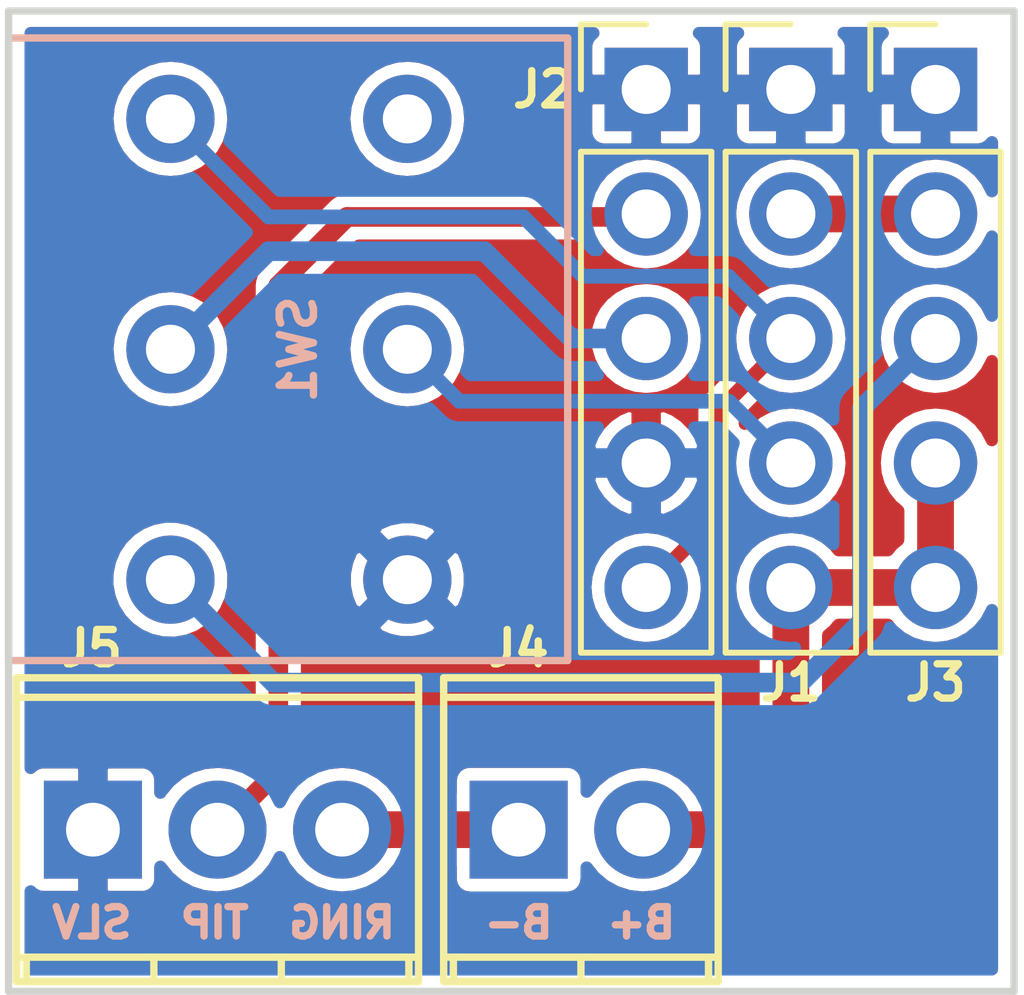
<source format=kicad_pcb>
(kicad_pcb (version 4) (host pcbnew 4.0.4-1.fc24-product)

  (general
    (links 16)
    (no_connects 0)
    (area 137.564999 99.514999 161.81 122.09588)
    (thickness 1.6)
    (drawings 13)
    (tracks 36)
    (zones 0)
    (modules 6)
    (nets 11)
  )

  (page A4)
  (layers
    (0 F.Cu signal)
    (31 B.Cu signal)
    (32 B.Adhes user)
    (33 F.Adhes user)
    (34 B.Paste user)
    (35 F.Paste user)
    (36 B.SilkS user)
    (37 F.SilkS user)
    (38 B.Mask user)
    (39 F.Mask user)
    (40 Dwgs.User user)
    (41 Cmts.User user)
    (42 Eco1.User user)
    (43 Eco2.User user)
    (44 Edge.Cuts user)
    (45 Margin user)
    (46 B.CrtYd user)
    (47 F.CrtYd user)
    (48 B.Fab user)
    (49 F.Fab user)
  )

  (setup
    (last_trace_width 0.3)
    (trace_clearance 0.26)
    (zone_clearance 0.25)
    (zone_45_only no)
    (trace_min 0.2)
    (segment_width 0.2)
    (edge_width 0.15)
    (via_size 0.6)
    (via_drill 0.4)
    (via_min_size 0.4)
    (via_min_drill 0.3)
    (uvia_size 0.3)
    (uvia_drill 0.1)
    (uvias_allowed no)
    (uvia_min_size 0.2)
    (uvia_min_drill 0.1)
    (pcb_text_width 0.3)
    (pcb_text_size 1.5 1.5)
    (mod_edge_width 0.15)
    (mod_text_size 0.7 0.7)
    (mod_text_width 0.15)
    (pad_size 1.524 1.524)
    (pad_drill 0.762)
    (pad_to_mask_clearance 0.2)
    (aux_axis_origin 0 0)
    (visible_elements 7FFFFFFF)
    (pcbplotparams
      (layerselection 0x010fc_80000001)
      (usegerberextensions true)
      (excludeedgelayer true)
      (linewidth 0.100000)
      (plotframeref false)
      (viasonmask false)
      (mode 1)
      (useauxorigin false)
      (hpglpennumber 1)
      (hpglpenspeed 20)
      (hpglpendiameter 15)
      (hpglpenoverlay 2)
      (psnegative false)
      (psa4output false)
      (plotreference true)
      (plotvalue true)
      (plotinvisibletext false)
      (padsonsilk false)
      (subtractmaskfromsilk false)
      (outputformat 1)
      (mirror false)
      (drillshape 0)
      (scaleselection 1)
      (outputdirectory ../../GERBER/MM/SW_BR/))
  )

  (net 0 "")
  (net 1 Earth)
  (net 2 /VOL_O)
  (net 3 VCC)
  (net 4 /VOL_I)
  (net 5 "Net-(J4-Pad1)")
  (net 6 /ACT)
  (net 7 /SEL)
  (net 8 /BR)
  (net 9 /MID)
  (net 10 "Net-(SW1-Pad3)")

  (net_class Default "This is the default net class."
    (clearance 0.26)
    (trace_width 0.3)
    (via_dia 0.6)
    (via_drill 0.4)
    (uvia_dia 0.3)
    (uvia_drill 0.1)
    (add_net /ACT)
    (add_net /BR)
    (add_net /MID)
    (add_net /SEL)
    (add_net /VOL_I)
    (add_net /VOL_O)
    (add_net Earth)
    (add_net "Net-(J4-Pad1)")
    (add_net "Net-(SW1-Pad3)")
    (add_net VCC)
  )

  (module Pin_Headers:Pin_Header_Straight_1x05_Pitch2.54mm (layer F.Cu) (tedit 5B1B2045) (tstamp 5B1B2013)
    (at 156.9 101.6)
    (descr "Through hole straight pin header, 1x05, 2.54mm pitch, single row")
    (tags "Through hole pin header THT 1x05 2.54mm single row")
    (path /5B1B28D7)
    (fp_text reference J3 (at 0 12.1) (layer F.SilkS)
      (effects (font (size 0.7 0.7) (thickness 0.15)))
    )
    (fp_text value Conn_01x05_Male (at 0 12.49) (layer F.Fab) hide
      (effects (font (size 0.7 0.7) (thickness 0.15)))
    )
    (fp_line (start -0.635 -1.27) (end 1.27 -1.27) (layer F.Fab) (width 0.1))
    (fp_line (start 1.27 -1.27) (end 1.27 11.43) (layer F.Fab) (width 0.1))
    (fp_line (start 1.27 11.43) (end -1.27 11.43) (layer F.Fab) (width 0.1))
    (fp_line (start -1.27 11.43) (end -1.27 -0.635) (layer F.Fab) (width 0.1))
    (fp_line (start -1.27 -0.635) (end -0.635 -1.27) (layer F.Fab) (width 0.1))
    (fp_line (start -1.33 11.49) (end 1.33 11.49) (layer F.SilkS) (width 0.12))
    (fp_line (start -1.33 1.27) (end -1.33 11.49) (layer F.SilkS) (width 0.12))
    (fp_line (start 1.33 1.27) (end 1.33 11.49) (layer F.SilkS) (width 0.12))
    (fp_line (start -1.33 1.27) (end 1.33 1.27) (layer F.SilkS) (width 0.12))
    (fp_line (start -1.33 0) (end -1.33 -1.33) (layer F.SilkS) (width 0.12))
    (fp_line (start -1.33 -1.33) (end 0 -1.33) (layer F.SilkS) (width 0.12))
    (fp_line (start -1.8 -1.8) (end -1.8 11.95) (layer F.CrtYd) (width 0.05))
    (fp_line (start -1.8 11.95) (end 1.8 11.95) (layer F.CrtYd) (width 0.05))
    (fp_line (start 1.8 11.95) (end 1.8 -1.8) (layer F.CrtYd) (width 0.05))
    (fp_line (start 1.8 -1.8) (end -1.8 -1.8) (layer F.CrtYd) (width 0.05))
    (fp_text user %R (at 0 5.08 90) (layer F.Fab) hide
      (effects (font (size 0.7 0.7) (thickness 0.15)))
    )
    (pad 1 thru_hole rect (at 0 0) (size 1.7 1.7) (drill 1) (layers *.Cu *.Mask)
      (net 1 Earth))
    (pad 2 thru_hole oval (at 0 2.54) (size 1.7 1.7) (drill 1) (layers *.Cu *.Mask)
      (net 6 /ACT))
    (pad 3 thru_hole oval (at 0 5.08) (size 1.7 1.7) (drill 1) (layers *.Cu *.Mask)
      (net 9 /MID))
    (pad 4 thru_hole oval (at 0 7.62) (size 1.7 1.7) (drill 1) (layers *.Cu *.Mask)
      (net 3 VCC))
    (pad 5 thru_hole oval (at 0 10.16) (size 1.7 1.7) (drill 1) (layers *.Cu *.Mask)
      (net 3 VCC))
    (model ${KISYS3DMOD}/Pin_Headers.3dshapes/Pin_Header_Straight_1x05_Pitch2.54mm.wrl
      (at (xyz 0 0 0))
      (scale (xyz 1 1 1))
      (rotate (xyz 0 0 0))
    )
  )

  (module Pin_Headers:Pin_Header_Straight_1x05_Pitch2.54mm (layer F.Cu) (tedit 5B1B2039) (tstamp 5B1B2001)
    (at 153.95 101.6)
    (descr "Through hole straight pin header, 1x05, 2.54mm pitch, single row")
    (tags "Through hole pin header THT 1x05 2.54mm single row")
    (path /5B1B1FDF)
    (fp_text reference J1 (at 0 12.1) (layer F.SilkS)
      (effects (font (size 0.7 0.7) (thickness 0.15)))
    )
    (fp_text value Conn_01x05_Male (at 0 12.49) (layer F.Fab) hide
      (effects (font (size 0.7 0.7) (thickness 0.15)))
    )
    (fp_line (start -0.635 -1.27) (end 1.27 -1.27) (layer F.Fab) (width 0.1))
    (fp_line (start 1.27 -1.27) (end 1.27 11.43) (layer F.Fab) (width 0.1))
    (fp_line (start 1.27 11.43) (end -1.27 11.43) (layer F.Fab) (width 0.1))
    (fp_line (start -1.27 11.43) (end -1.27 -0.635) (layer F.Fab) (width 0.1))
    (fp_line (start -1.27 -0.635) (end -0.635 -1.27) (layer F.Fab) (width 0.1))
    (fp_line (start -1.33 11.49) (end 1.33 11.49) (layer F.SilkS) (width 0.12))
    (fp_line (start -1.33 1.27) (end -1.33 11.49) (layer F.SilkS) (width 0.12))
    (fp_line (start 1.33 1.27) (end 1.33 11.49) (layer F.SilkS) (width 0.12))
    (fp_line (start -1.33 1.27) (end 1.33 1.27) (layer F.SilkS) (width 0.12))
    (fp_line (start -1.33 0) (end -1.33 -1.33) (layer F.SilkS) (width 0.12))
    (fp_line (start -1.33 -1.33) (end 0 -1.33) (layer F.SilkS) (width 0.12))
    (fp_line (start -1.8 -1.8) (end -1.8 11.95) (layer F.CrtYd) (width 0.05))
    (fp_line (start -1.8 11.95) (end 1.8 11.95) (layer F.CrtYd) (width 0.05))
    (fp_line (start 1.8 11.95) (end 1.8 -1.8) (layer F.CrtYd) (width 0.05))
    (fp_line (start 1.8 -1.8) (end -1.8 -1.8) (layer F.CrtYd) (width 0.05))
    (fp_text user %R (at 0 5.08 90) (layer F.Fab) hide
      (effects (font (size 0.7 0.7) (thickness 0.15)))
    )
    (pad 1 thru_hole rect (at 0 0) (size 1.7 1.7) (drill 1) (layers *.Cu *.Mask)
      (net 1 Earth))
    (pad 2 thru_hole oval (at 0 2.54) (size 1.7 1.7) (drill 1) (layers *.Cu *.Mask)
      (net 6 /ACT))
    (pad 3 thru_hole oval (at 0 5.08) (size 1.7 1.7) (drill 1) (layers *.Cu *.Mask)
      (net 7 /SEL))
    (pad 4 thru_hole oval (at 0 7.62) (size 1.7 1.7) (drill 1) (layers *.Cu *.Mask)
      (net 8 /BR))
    (pad 5 thru_hole oval (at 0 10.16) (size 1.7 1.7) (drill 1) (layers *.Cu *.Mask)
      (net 3 VCC))
    (model ${KISYS3DMOD}/Pin_Headers.3dshapes/Pin_Header_Straight_1x05_Pitch2.54mm.wrl
      (at (xyz 0 0 0))
      (scale (xyz 1 1 1))
      (rotate (xyz 0 0 0))
    )
  )

  (module LIBS:NKK_DPDT (layer B.Cu) (tedit 5B19BF6B) (tstamp 5B19BF68)
    (at 146.1 111.6 270)
    (descr "2-way 2.54mm pitch terminal block, Phoenix MPT series")
    (path /5B19C4A9)
    (fp_text reference SW1 (at -4.7 2.2 450) (layer B.SilkS)
      (effects (font (size 0.7 0.7) (thickness 0.15)) (justify mirror))
    )
    (fp_text value SW_DPDT (at -4.45 -4.55 270) (layer B.Fab) hide
      (effects (font (size 0.7 0.7) (thickness 0.15)) (justify mirror))
    )
    (fp_text user %R (at -4.7 2.2 270) (layer B.Fab) hide
      (effects (font (size 0.7 0.7) (thickness 0.15)) (justify mirror))
    )
    (fp_line (start 1.8 -3.45) (end -11.2 -3.45) (layer B.CrtYd) (width 0.05))
    (fp_line (start 1.8 8.25) (end 1.8 -3.45) (layer B.CrtYd) (width 0.05))
    (fp_line (start -11.2 8.25) (end 1.8 8.25) (layer B.CrtYd) (width 0.05))
    (fp_line (start -11.2 -3.45) (end -11.2 8.25) (layer B.CrtYd) (width 0.05))
    (fp_line (start 1.65 8.1) (end -11.05 8.1) (layer B.SilkS) (width 0.15))
    (fp_line (start -11.05 8.1) (end -11.05 -3.3) (layer B.SilkS) (width 0.15))
    (fp_line (start -11.05 -3.3) (end 1.65 -3.3) (layer B.SilkS) (width 0.15))
    (fp_line (start 1.65 -3.3) (end 1.65 8.1) (layer B.SilkS) (width 0.15))
    (pad 5 thru_hole oval (at -4.7 4.8 90) (size 1.8 1.8) (drill 1) (layers *.Cu *.Mask)
      (net 4 /VOL_I))
    (pad 4 thru_hole circle (at 0 4.8 90) (size 1.8 1.8) (drill 1) (layers *.Cu *.Mask)
      (net 9 /MID))
    (pad 6 thru_hole oval (at -9.4 4.8 90) (size 1.8 1.8) (drill 1) (layers *.Cu *.Mask)
      (net 7 /SEL))
    (pad 1 thru_hole circle (at 0 -0.03 90) (size 1.8 1.8) (drill 1) (layers *.Cu *.Mask)
      (net 1 Earth))
    (pad 2 thru_hole oval (at -4.7 -0.03 90) (size 1.8 1.8) (drill 1) (layers *.Cu *.Mask)
      (net 8 /BR))
    (pad 3 thru_hole oval (at -9.4 -0.03 90) (size 1.8 1.8) (drill 1) (layers *.Cu *.Mask)
      (net 10 "Net-(SW1-Pad3)"))
    (model ${KISYS3DMOD}/TerminalBlock_Phoenix.3dshapes/TerminalBlock_Phoenix_MPT-2.54mm_2pol.wrl
      (at (xyz 0.05 0 0))
      (scale (xyz 1 1 1))
      (rotate (xyz 0 0 0))
    )
  )

  (module Pin_Headers:Pin_Header_Straight_1x05_Pitch2.54mm (layer F.Cu) (tedit 5B1B203D) (tstamp 5B1B200A)
    (at 151 101.6)
    (descr "Through hole straight pin header, 1x05, 2.54mm pitch, single row")
    (tags "Through hole pin header THT 1x05 2.54mm single row")
    (path /5B1B2B51)
    (fp_text reference J2 (at -2.1 0) (layer F.SilkS)
      (effects (font (size 0.7 0.7) (thickness 0.15)))
    )
    (fp_text value Conn_01x05_Male (at 0 12.49) (layer F.Fab) hide
      (effects (font (size 0.7 0.7) (thickness 0.15)))
    )
    (fp_line (start -0.635 -1.27) (end 1.27 -1.27) (layer F.Fab) (width 0.1))
    (fp_line (start 1.27 -1.27) (end 1.27 11.43) (layer F.Fab) (width 0.1))
    (fp_line (start 1.27 11.43) (end -1.27 11.43) (layer F.Fab) (width 0.1))
    (fp_line (start -1.27 11.43) (end -1.27 -0.635) (layer F.Fab) (width 0.1))
    (fp_line (start -1.27 -0.635) (end -0.635 -1.27) (layer F.Fab) (width 0.1))
    (fp_line (start -1.33 11.49) (end 1.33 11.49) (layer F.SilkS) (width 0.12))
    (fp_line (start -1.33 1.27) (end -1.33 11.49) (layer F.SilkS) (width 0.12))
    (fp_line (start 1.33 1.27) (end 1.33 11.49) (layer F.SilkS) (width 0.12))
    (fp_line (start -1.33 1.27) (end 1.33 1.27) (layer F.SilkS) (width 0.12))
    (fp_line (start -1.33 0) (end -1.33 -1.33) (layer F.SilkS) (width 0.12))
    (fp_line (start -1.33 -1.33) (end 0 -1.33) (layer F.SilkS) (width 0.12))
    (fp_line (start -1.8 -1.8) (end -1.8 11.95) (layer F.CrtYd) (width 0.05))
    (fp_line (start -1.8 11.95) (end 1.8 11.95) (layer F.CrtYd) (width 0.05))
    (fp_line (start 1.8 11.95) (end 1.8 -1.8) (layer F.CrtYd) (width 0.05))
    (fp_line (start 1.8 -1.8) (end -1.8 -1.8) (layer F.CrtYd) (width 0.05))
    (fp_text user %R (at 0 5.08 90) (layer F.Fab) hide
      (effects (font (size 0.7 0.7) (thickness 0.15)))
    )
    (pad 1 thru_hole rect (at 0 0) (size 1.7 1.7) (drill 1) (layers *.Cu *.Mask)
      (net 1 Earth))
    (pad 2 thru_hole oval (at 0 2.54) (size 1.7 1.7) (drill 1) (layers *.Cu *.Mask)
      (net 2 /VOL_O))
    (pad 3 thru_hole oval (at 0 5.08) (size 1.7 1.7) (drill 1) (layers *.Cu *.Mask)
      (net 4 /VOL_I))
    (pad 4 thru_hole oval (at 0 7.62) (size 1.7 1.7) (drill 1) (layers *.Cu *.Mask)
      (net 1 Earth))
    (pad 5 thru_hole oval (at 0 10.16) (size 1.7 1.7) (drill 1) (layers *.Cu *.Mask)
      (net 7 /SEL))
    (model ${KISYS3DMOD}/Pin_Headers.3dshapes/Pin_Header_Straight_1x05_Pitch2.54mm.wrl
      (at (xyz 0 0 0))
      (scale (xyz 1 1 1))
      (rotate (xyz 0 0 0))
    )
  )

  (module LIBS:TerminalBlock_Phoenix_MPT-2.54mm_2pol (layer F.Cu) (tedit 5B1B2016) (tstamp 5B1B2019)
    (at 148.4 116.7)
    (descr "2-way 2.54mm pitch terminal block, Phoenix MPT series")
    (path /5B1B2665)
    (fp_text reference J4 (at 0 -3.7) (layer F.SilkS)
      (effects (font (size 0.7 0.7) (thickness 0.15)))
    )
    (fp_text value Conn_01x02 (at 1.27 4.50088) (layer F.Fab) hide
      (effects (font (size 0.7 0.7) (thickness 0.15)))
    )
    (fp_text user %R (at 1.27 1.045) (layer F.Fab) hide
      (effects (font (size 0.7 0.7) (thickness 0.15)))
    )
    (fp_line (start -1.7 -3.3) (end 4.3 -3.3) (layer F.CrtYd) (width 0.05))
    (fp_line (start -1.7 3.3) (end -1.7 -3.3) (layer F.CrtYd) (width 0.05))
    (fp_line (start 4.3 3.3) (end -1.7 3.3) (layer F.CrtYd) (width 0.05))
    (fp_line (start 4.3 -3.3) (end 4.3 3.3) (layer F.CrtYd) (width 0.05))
    (fp_line (start 4.06908 2.60096) (end -1.52908 2.60096) (layer F.SilkS) (width 0.15))
    (fp_line (start -1.33096 3.0988) (end -1.33096 2.60096) (layer F.SilkS) (width 0.15))
    (fp_line (start 3.87096 2.60096) (end 3.87096 3.0988) (layer F.SilkS) (width 0.15))
    (fp_line (start 1.27 3.0988) (end 1.27 2.60096) (layer F.SilkS) (width 0.15))
    (fp_line (start -1.52908 -2.70002) (end 4.06908 -2.70002) (layer F.SilkS) (width 0.15))
    (fp_line (start -1.52908 3.0988) (end 4.06908 3.0988) (layer F.SilkS) (width 0.15))
    (fp_line (start 4.06908 3.0988) (end 4.06908 -3.0988) (layer F.SilkS) (width 0.15))
    (fp_line (start 4.06908 -3.0988) (end -1.52908 -3.0988) (layer F.SilkS) (width 0.15))
    (fp_line (start -1.52908 -3.0988) (end -1.52908 3.0988) (layer F.SilkS) (width 0.15))
    (pad 2 thru_hole oval (at 2.54 0) (size 1.99898 1.99898) (drill 1.09728) (layers *.Cu *.Mask)
      (net 3 VCC))
    (pad 1 thru_hole rect (at 0 0) (size 1.99898 1.99898) (drill 1.09728) (layers *.Cu *.Mask)
      (net 5 "Net-(J4-Pad1)"))
    (model ${KISYS3DMOD}/TerminalBlock_Phoenix.3dshapes/TerminalBlock_Phoenix_MPT-2.54mm_2pol.wrl
      (at (xyz 0.05 0 0))
      (scale (xyz 1 1 1))
      (rotate (xyz 0 0 0))
    )
  )

  (module LIBS:TerminalBlock_Phoenix_MPT-2.54mm_3pol (layer F.Cu) (tedit 5B1B2019) (tstamp 5B1B2020)
    (at 139.72 116.7)
    (descr "3-way 2.54mm pitch terminal block, Phoenix MPT series")
    (path /5B1B26CF)
    (fp_text reference J5 (at -0.02 -3.7) (layer F.SilkS)
      (effects (font (size 0.7 0.7) (thickness 0.15)))
    )
    (fp_text value Conn_01x03 (at 2.54 4.50088) (layer F.Fab) hide
      (effects (font (size 0.7 0.7) (thickness 0.15)))
    )
    (fp_text user %R (at 2.54 1.045) (layer F.Fab) hide
      (effects (font (size 0.7 0.7) (thickness 0.15)))
    )
    (fp_line (start -1.78 3.3) (end 6.86 3.3) (layer F.CrtYd) (width 0.05))
    (fp_line (start -1.78 -3.3) (end -1.78 3.3) (layer F.CrtYd) (width 0.05))
    (fp_line (start 6.86 -3.3) (end -1.78 -3.3) (layer F.CrtYd) (width 0.05))
    (fp_line (start 6.86 3.3) (end 6.86 -3.3) (layer F.CrtYd) (width 0.05))
    (fp_line (start 6.63956 -3.0988) (end -1.55956 -3.0988) (layer F.SilkS) (width 0.15))
    (fp_line (start 6.63956 -2.70002) (end -1.55956 -2.70002) (layer F.SilkS) (width 0.15))
    (fp_line (start 6.63956 2.60096) (end -1.55956 2.60096) (layer F.SilkS) (width 0.15))
    (fp_line (start -1.55956 3.0988) (end 6.63956 3.0988) (layer F.SilkS) (width 0.15))
    (fp_line (start 3.84048 2.60096) (end 3.84048 3.0988) (layer F.SilkS) (width 0.15))
    (fp_line (start -1.3589 3.0988) (end -1.3589 2.60096) (layer F.SilkS) (width 0.15))
    (fp_line (start 6.44144 2.60096) (end 6.44144 3.0988) (layer F.SilkS) (width 0.15))
    (fp_line (start 1.24206 3.0988) (end 1.24206 2.60096) (layer F.SilkS) (width 0.15))
    (fp_line (start 6.63956 3.0988) (end 6.63956 -3.0988) (layer F.SilkS) (width 0.15))
    (fp_line (start -1.55702 -3.0988) (end -1.55702 3.0988) (layer F.SilkS) (width 0.15))
    (pad 3 thru_hole oval (at 5.08 0) (size 1.99898 1.99898) (drill 1.09728) (layers *.Cu *.Mask)
      (net 5 "Net-(J4-Pad1)"))
    (pad 1 thru_hole rect (at 0 0) (size 1.99898 1.99898) (drill 1.09728) (layers *.Cu *.Mask)
      (net 1 Earth))
    (pad 2 thru_hole oval (at 2.54 0) (size 1.99898 1.99898) (drill 1.09728) (layers *.Cu *.Mask)
      (net 2 /VOL_O))
    (model ${KISYS3DMOD}/TerminalBlock_Phoenix.3dshapes/TerminalBlock_Phoenix_MPT-2.54mm_3pol.wrl
      (at (xyz 0.1 0 0))
      (scale (xyz 1 1 1))
      (rotate (xyz 0 0 0))
    )
  )

  (gr_text SLV (at 139.7 118.6) (layer B.SilkS)
    (effects (font (size 0.6 0.6) (thickness 0.15)) (justify mirror))
  )
  (gr_text TIP (at 142.2 118.6) (layer B.SilkS)
    (effects (font (size 0.6 0.6) (thickness 0.15)) (justify mirror))
  )
  (gr_text RING (at 144.8 118.6) (layer B.SilkS)
    (effects (font (size 0.6 0.6) (thickness 0.15)) (justify mirror))
  )
  (gr_text B+ (at 150.9 118.6) (layer B.SilkS)
    (effects (font (size 0.6 0.6) (thickness 0.15)) (justify mirror))
  )
  (gr_text B- (at 148.4 118.6) (layer B.SilkS)
    (effects (font (size 0.6 0.6) (thickness 0.15)) (justify mirror))
  )
  (gr_line (start 138.3 119.7) (end 138.3 100.3) (layer Margin) (width 0.2))
  (gr_line (start 158.2 119.7) (end 138.3 119.7) (layer Margin) (width 0.2))
  (gr_line (start 158.2 100.3) (end 158.2 119.7) (layer Margin) (width 0.2))
  (gr_line (start 138.3 100.3) (end 158.2 100.3) (layer Margin) (width 0.2))
  (gr_line (start 138 120) (end 138 100) (layer Edge.Cuts) (width 0.15))
  (gr_line (start 158.5 120) (end 138 120) (layer Edge.Cuts) (width 0.15))
  (gr_line (start 158.5 100) (end 158.5 120) (layer Edge.Cuts) (width 0.15))
  (gr_line (start 138 100) (end 158.5 100) (layer Edge.Cuts) (width 0.15))

  (segment (start 150.82 109.22) (end 151 109.22) (width 0.5) (layer B.Cu) (net 1))
  (segment (start 142.26 116.7) (end 142.3 116.7) (width 0.4) (layer F.Cu) (net 2))
  (segment (start 142.3 116.7) (end 143.5 115.5) (width 0.4) (layer F.Cu) (net 2))
  (segment (start 143.5 115.5) (end 143.5 105.6) (width 0.4) (layer F.Cu) (net 2))
  (segment (start 150.94 104.2) (end 151 104.14) (width 0.4) (layer F.Cu) (net 2))
  (segment (start 143.5 105.6) (end 144.9 104.2) (width 0.4) (layer F.Cu) (net 2))
  (segment (start 144.9 104.2) (end 150.94 104.2) (width 0.4) (layer F.Cu) (net 2))
  (segment (start 156.9 111.76) (end 156.9 109.22) (width 0.75) (layer F.Cu) (net 3))
  (segment (start 153.95 111.76) (end 156.9 111.76) (width 0.75) (layer F.Cu) (net 3))
  (segment (start 153.7 115.85) (end 153.95 115.6) (width 0.75) (layer F.Cu) (net 3))
  (segment (start 153.95 115.6) (end 153.95 111.76) (width 0.75) (layer F.Cu) (net 3))
  (segment (start 150.94 116.7) (end 152.85 116.7) (width 0.75) (layer F.Cu) (net 3))
  (segment (start 152.85 116.7) (end 153.7 115.85) (width 0.75) (layer F.Cu) (net 3))
  (segment (start 151 106.68) (end 149.48 106.68) (width 0.4) (layer B.Cu) (net 4))
  (segment (start 149.48 106.68) (end 147.7 104.9) (width 0.4) (layer B.Cu) (net 4))
  (segment (start 147.7 104.9) (end 143.3 104.9) (width 0.4) (layer B.Cu) (net 4))
  (segment (start 143.3 104.9) (end 141.3 106.9) (width 0.4) (layer B.Cu) (net 4))
  (segment (start 144.8 116.7) (end 148.4 116.7) (width 0.75) (layer F.Cu) (net 5))
  (segment (start 156.9 104.14) (end 153.95 104.14) (width 0.75) (layer F.Cu) (net 6))
  (segment (start 141.3 102.2) (end 143.3 104.2) (width 0.3) (layer B.Cu) (net 7))
  (segment (start 143.3 104.2) (end 148.5 104.2) (width 0.3) (layer B.Cu) (net 7))
  (segment (start 148.5 104.2) (end 149.71 105.41) (width 0.3) (layer B.Cu) (net 7))
  (segment (start 149.71 105.41) (end 152.68 105.41) (width 0.3) (layer B.Cu) (net 7))
  (segment (start 152.68 105.41) (end 153.95 106.68) (width 0.3) (layer B.Cu) (net 7))
  (segment (start 151 111.76) (end 152.475 110.285) (width 0.3) (layer F.Cu) (net 7))
  (segment (start 152.475 110.285) (end 152.475 108.155) (width 0.3) (layer F.Cu) (net 7))
  (segment (start 152.475 108.155) (end 153.95 106.68) (width 0.3) (layer F.Cu) (net 7))
  (segment (start 146.13 106.9) (end 147.189999 107.959999) (width 0.3) (layer B.Cu) (net 8))
  (segment (start 147.189999 107.959999) (end 152.689999 107.959999) (width 0.3) (layer B.Cu) (net 8))
  (segment (start 152.689999 107.959999) (end 153.95 109.22) (width 0.3) (layer B.Cu) (net 8))
  (segment (start 156.875 106.7) (end 156.8 106.7) (width 0.4) (layer B.Cu) (net 9))
  (segment (start 155.4 112.45) (end 154.15 113.7) (width 0.4) (layer B.Cu) (net 9))
  (segment (start 156.8 106.7) (end 155.4 108.1) (width 0.4) (layer B.Cu) (net 9))
  (segment (start 143.4 113.7) (end 141.3 111.6) (width 0.4) (layer B.Cu) (net 9))
  (segment (start 155.4 108.1) (end 155.4 112.45) (width 0.4) (layer B.Cu) (net 9))
  (segment (start 154.15 113.7) (end 143.4 113.7) (width 0.4) (layer B.Cu) (net 9))

  (zone (net 1) (net_name Earth) (layer F.Cu) (tstamp 0) (hatch edge 0.508)
    (connect_pads (clearance 0.25))
    (min_thickness 0.25)
    (fill yes (mode segment) (arc_segments 32) (thermal_gap 0.25) (thermal_bridge_width 0.6))
    (polygon
      (pts
        (xy 158.5 100) (xy 158.5 120) (xy 138 120) (xy 138 100)
      )
    )
    (filled_polygon
      (pts
        (xy 149.910952 100.458718) (xy 149.858719 100.510951) (xy 149.817679 100.572371) (xy 149.789411 100.640616) (xy 149.775 100.713065)
        (xy 149.775 101.33125) (xy 149.86875 101.425) (xy 150.825 101.425) (xy 150.825 101.405) (xy 151.175 101.405)
        (xy 151.175 101.425) (xy 152.13125 101.425) (xy 152.225 101.33125) (xy 152.225 100.713065) (xy 152.210589 100.640616)
        (xy 152.182321 100.572371) (xy 152.141281 100.510951) (xy 152.089048 100.458718) (xy 152.076001 100.45) (xy 152.873999 100.45)
        (xy 152.860952 100.458718) (xy 152.808719 100.510951) (xy 152.767679 100.572371) (xy 152.739411 100.640616) (xy 152.725 100.713065)
        (xy 152.725 101.33125) (xy 152.81875 101.425) (xy 153.775 101.425) (xy 153.775 101.405) (xy 154.125 101.405)
        (xy 154.125 101.425) (xy 155.08125 101.425) (xy 155.175 101.33125) (xy 155.175 100.713065) (xy 155.160589 100.640616)
        (xy 155.132321 100.572371) (xy 155.091281 100.510951) (xy 155.039048 100.458718) (xy 155.026001 100.45) (xy 155.823999 100.45)
        (xy 155.810952 100.458718) (xy 155.758719 100.510951) (xy 155.717679 100.572371) (xy 155.689411 100.640616) (xy 155.675 100.713065)
        (xy 155.675 101.33125) (xy 155.76875 101.425) (xy 156.725 101.425) (xy 156.725 101.405) (xy 157.075 101.405)
        (xy 157.075 101.425) (xy 157.095 101.425) (xy 157.095 101.775) (xy 157.075 101.775) (xy 157.075 102.73125)
        (xy 157.16875 102.825) (xy 157.786934 102.825) (xy 157.859383 102.810589) (xy 157.927629 102.782321) (xy 157.989048 102.741282)
        (xy 158.041281 102.689049) (xy 158.05 102.676) (xy 158.05 103.675356) (xy 157.93938 103.463759) (xy 157.78835 103.275916)
        (xy 157.60371 103.120985) (xy 157.392494 103.004868) (xy 157.162747 102.931988) (xy 156.923219 102.90512) (xy 156.905976 102.905)
        (xy 156.894024 102.905) (xy 156.654145 102.92852) (xy 156.423402 102.998186) (xy 156.210585 103.111342) (xy 156.023801 103.26368)
        (xy 155.927573 103.38) (xy 154.922036 103.38) (xy 154.83835 103.275916) (xy 154.65371 103.120985) (xy 154.442494 103.004868)
        (xy 154.212747 102.931988) (xy 153.973219 102.90512) (xy 153.955976 102.905) (xy 153.944024 102.905) (xy 153.704145 102.92852)
        (xy 153.473402 102.998186) (xy 153.260585 103.111342) (xy 153.073801 103.26368) (xy 152.920163 103.449397) (xy 152.805523 103.661418)
        (xy 152.734249 103.891669) (xy 152.709054 104.131378) (xy 152.730899 104.371416) (xy 152.798952 104.602639) (xy 152.91062 104.816241)
        (xy 153.06165 105.004084) (xy 153.24629 105.159015) (xy 153.457506 105.275132) (xy 153.687253 105.348012) (xy 153.926781 105.37488)
        (xy 153.944024 105.375) (xy 153.955976 105.375) (xy 154.195855 105.35148) (xy 154.426598 105.281814) (xy 154.639415 105.168658)
        (xy 154.826199 105.01632) (xy 154.922427 104.9) (xy 155.927964 104.9) (xy 156.01165 105.004084) (xy 156.19629 105.159015)
        (xy 156.407506 105.275132) (xy 156.637253 105.348012) (xy 156.876781 105.37488) (xy 156.894024 105.375) (xy 156.905976 105.375)
        (xy 157.145855 105.35148) (xy 157.376598 105.281814) (xy 157.589415 105.168658) (xy 157.776199 105.01632) (xy 157.929837 104.830603)
        (xy 158.044477 104.618582) (xy 158.05 104.60074) (xy 158.05 106.215356) (xy 157.93938 106.003759) (xy 157.78835 105.815916)
        (xy 157.60371 105.660985) (xy 157.392494 105.544868) (xy 157.162747 105.471988) (xy 156.923219 105.44512) (xy 156.905976 105.445)
        (xy 156.894024 105.445) (xy 156.654145 105.46852) (xy 156.423402 105.538186) (xy 156.210585 105.651342) (xy 156.023801 105.80368)
        (xy 155.870163 105.989397) (xy 155.755523 106.201418) (xy 155.684249 106.431669) (xy 155.659054 106.671378) (xy 155.680899 106.911416)
        (xy 155.748952 107.142639) (xy 155.86062 107.356241) (xy 156.01165 107.544084) (xy 156.19629 107.699015) (xy 156.407506 107.815132)
        (xy 156.637253 107.888012) (xy 156.876781 107.91488) (xy 156.894024 107.915) (xy 156.905976 107.915) (xy 157.145855 107.89148)
        (xy 157.376598 107.821814) (xy 157.589415 107.708658) (xy 157.776199 107.55632) (xy 157.929837 107.370603) (xy 158.044477 107.158582)
        (xy 158.05 107.14074) (xy 158.05 108.755356) (xy 157.93938 108.543759) (xy 157.78835 108.355916) (xy 157.60371 108.200985)
        (xy 157.392494 108.084868) (xy 157.162747 108.011988) (xy 156.923219 107.98512) (xy 156.905976 107.985) (xy 156.894024 107.985)
        (xy 156.654145 108.00852) (xy 156.423402 108.078186) (xy 156.210585 108.191342) (xy 156.023801 108.34368) (xy 155.870163 108.529397)
        (xy 155.755523 108.741418) (xy 155.684249 108.971669) (xy 155.659054 109.211378) (xy 155.680899 109.451416) (xy 155.748952 109.682639)
        (xy 155.86062 109.896241) (xy 156.01165 110.084084) (xy 156.14 110.191782) (xy 156.14 110.78891) (xy 156.023801 110.88368)
        (xy 155.927573 111) (xy 154.922036 111) (xy 154.83835 110.895916) (xy 154.65371 110.740985) (xy 154.442494 110.624868)
        (xy 154.212747 110.551988) (xy 153.973219 110.52512) (xy 153.955976 110.525) (xy 153.944024 110.525) (xy 153.704145 110.54852)
        (xy 153.473402 110.618186) (xy 153.260585 110.731342) (xy 153.073801 110.88368) (xy 152.920163 111.069397) (xy 152.805523 111.281418)
        (xy 152.734249 111.511669) (xy 152.709054 111.751378) (xy 152.730899 111.991416) (xy 152.798952 112.222639) (xy 152.91062 112.436241)
        (xy 153.06165 112.624084) (xy 153.19 112.731782) (xy 153.19 115.285198) (xy 152.535198 115.94) (xy 152.10366 115.94)
        (xy 151.935879 115.731323) (xy 151.72889 115.557639) (xy 151.492108 115.427466) (xy 151.234551 115.345764) (xy 150.966029 115.315645)
        (xy 150.946699 115.31551) (xy 150.933301 115.31551) (xy 150.664385 115.341877) (xy 150.405713 115.419975) (xy 150.167136 115.546829)
        (xy 149.957742 115.717606) (xy 149.786352 115.924782) (xy 149.786352 115.70051) (xy 149.781463 115.6392) (xy 149.74926 115.535212)
        (xy 149.689361 115.444313) (xy 149.60651 115.3737) (xy 149.507267 115.328964) (xy 149.39949 115.313648) (xy 147.40051 115.313648)
        (xy 147.3392 115.318537) (xy 147.235212 115.35074) (xy 147.144313 115.410639) (xy 147.0737 115.49349) (xy 147.028964 115.592733)
        (xy 147.013648 115.70051) (xy 147.013648 115.94) (xy 145.96366 115.94) (xy 145.795879 115.731323) (xy 145.58889 115.557639)
        (xy 145.352108 115.427466) (xy 145.094551 115.345764) (xy 144.826029 115.315645) (xy 144.806699 115.31551) (xy 144.793301 115.31551)
        (xy 144.524385 115.341877) (xy 144.265713 115.419975) (xy 144.083998 115.516595) (xy 144.084943 115.508168) (xy 144.084985 115.50215)
        (xy 144.084996 115.502042) (xy 144.084986 115.501941) (xy 144.085 115.5) (xy 144.085 112.554207) (xy 145.42328 112.554207)
        (xy 145.525584 112.729635) (xy 145.757579 112.825845) (xy 146.003885 112.874947) (xy 146.255038 112.875053) (xy 146.501386 112.826159)
        (xy 146.733462 112.730145) (xy 146.734416 112.729635) (xy 146.83672 112.554207) (xy 146.13 111.847487) (xy 145.42328 112.554207)
        (xy 144.085 112.554207) (xy 144.085 111.725038) (xy 144.854947 111.725038) (xy 144.903841 111.971386) (xy 144.999855 112.203462)
        (xy 145.000365 112.204416) (xy 145.175793 112.30672) (xy 145.882513 111.6) (xy 146.377487 111.6) (xy 147.084207 112.30672)
        (xy 147.259635 112.204416) (xy 147.355845 111.972421) (xy 147.39991 111.751378) (xy 149.759054 111.751378) (xy 149.780899 111.991416)
        (xy 149.848952 112.222639) (xy 149.96062 112.436241) (xy 150.11165 112.624084) (xy 150.29629 112.779015) (xy 150.507506 112.895132)
        (xy 150.737253 112.968012) (xy 150.976781 112.99488) (xy 150.994024 112.995) (xy 151.005976 112.995) (xy 151.245855 112.97148)
        (xy 151.476598 112.901814) (xy 151.689415 112.788658) (xy 151.876199 112.63632) (xy 152.029837 112.450603) (xy 152.144477 112.238582)
        (xy 152.215751 112.008331) (xy 152.240946 111.768622) (xy 152.219101 111.528584) (xy 152.166555 111.350049) (xy 152.853302 110.663302)
        (xy 152.884641 110.625149) (xy 152.916436 110.587257) (xy 152.917793 110.584789) (xy 152.919576 110.582618) (xy 152.942929 110.539065)
        (xy 152.966737 110.495759) (xy 152.967586 110.493081) (xy 152.968918 110.490598) (xy 152.983377 110.443303) (xy 152.998309 110.396233)
        (xy 152.998623 110.393437) (xy 152.999445 110.390747) (xy 153.004434 110.34163) (xy 153.009948 110.29247) (xy 153.009986 110.286962)
        (xy 153.009996 110.286867) (xy 153.009988 110.286778) (xy 153.01 110.285) (xy 153.01 110.019845) (xy 153.06165 110.084084)
        (xy 153.24629 110.239015) (xy 153.457506 110.355132) (xy 153.687253 110.428012) (xy 153.926781 110.45488) (xy 153.944024 110.455)
        (xy 153.955976 110.455) (xy 154.195855 110.43148) (xy 154.426598 110.361814) (xy 154.639415 110.248658) (xy 154.826199 110.09632)
        (xy 154.979837 109.910603) (xy 155.094477 109.698582) (xy 155.165751 109.468331) (xy 155.190946 109.228622) (xy 155.169101 108.988584)
        (xy 155.101048 108.757361) (xy 154.98938 108.543759) (xy 154.83835 108.355916) (xy 154.65371 108.200985) (xy 154.442494 108.084868)
        (xy 154.212747 108.011988) (xy 153.973219 107.98512) (xy 153.955976 107.985) (xy 153.944024 107.985) (xy 153.704145 108.00852)
        (xy 153.473402 108.078186) (xy 153.260585 108.191342) (xy 153.073801 108.34368) (xy 153.01 108.420802) (xy 153.01 108.376604)
        (xy 153.544026 107.842578) (xy 153.687253 107.888012) (xy 153.926781 107.91488) (xy 153.944024 107.915) (xy 153.955976 107.915)
        (xy 154.195855 107.89148) (xy 154.426598 107.821814) (xy 154.639415 107.708658) (xy 154.826199 107.55632) (xy 154.979837 107.370603)
        (xy 155.094477 107.158582) (xy 155.165751 106.928331) (xy 155.190946 106.688622) (xy 155.169101 106.448584) (xy 155.101048 106.217361)
        (xy 154.98938 106.003759) (xy 154.83835 105.815916) (xy 154.65371 105.660985) (xy 154.442494 105.544868) (xy 154.212747 105.471988)
        (xy 153.973219 105.44512) (xy 153.955976 105.445) (xy 153.944024 105.445) (xy 153.704145 105.46852) (xy 153.473402 105.538186)
        (xy 153.260585 105.651342) (xy 153.073801 105.80368) (xy 152.920163 105.989397) (xy 152.805523 106.201418) (xy 152.734249 106.431669)
        (xy 152.709054 106.671378) (xy 152.730899 106.911416) (xy 152.783445 107.089951) (xy 152.096698 107.776698) (xy 152.065359 107.814851)
        (xy 152.033564 107.852743) (xy 152.032207 107.855211) (xy 152.030424 107.857382) (xy 152.007071 107.900935) (xy 151.983263 107.944241)
        (xy 151.982414 107.946919) (xy 151.981082 107.949402) (xy 151.966623 107.996697) (xy 151.951691 108.043767) (xy 151.951377 108.046563)
        (xy 151.950555 108.049253) (xy 151.945566 108.09837) (xy 151.940052 108.14753) (xy 151.940014 108.153038) (xy 151.940004 108.153133)
        (xy 151.940012 108.153222) (xy 151.94 108.155) (xy 151.94 108.436814) (xy 151.782712 108.277659) (xy 151.583831 108.143066)
        (xy 151.362513 108.049859) (xy 151.175 108.101306) (xy 151.175 109.045) (xy 151.195 109.045) (xy 151.195 109.395)
        (xy 151.175 109.395) (xy 151.175 110.338694) (xy 151.362513 110.390141) (xy 151.583831 110.296934) (xy 151.782712 110.162341)
        (xy 151.94 110.003186) (xy 151.94 110.063396) (xy 151.405974 110.597422) (xy 151.262747 110.551988) (xy 151.023219 110.52512)
        (xy 151.005976 110.525) (xy 150.994024 110.525) (xy 150.754145 110.54852) (xy 150.523402 110.618186) (xy 150.310585 110.731342)
        (xy 150.123801 110.88368) (xy 149.970163 111.069397) (xy 149.855523 111.281418) (xy 149.784249 111.511669) (xy 149.759054 111.751378)
        (xy 147.39991 111.751378) (xy 147.404947 111.726115) (xy 147.405053 111.474962) (xy 147.356159 111.228614) (xy 147.260145 110.996538)
        (xy 147.259635 110.995584) (xy 147.084207 110.89328) (xy 146.377487 111.6) (xy 145.882513 111.6) (xy 145.175793 110.89328)
        (xy 145.000365 110.995584) (xy 144.904155 111.227579) (xy 144.855053 111.473885) (xy 144.854947 111.725038) (xy 144.085 111.725038)
        (xy 144.085 110.645793) (xy 145.42328 110.645793) (xy 146.13 111.352513) (xy 146.83672 110.645793) (xy 146.734416 110.470365)
        (xy 146.502421 110.374155) (xy 146.256115 110.325053) (xy 146.004962 110.324947) (xy 145.758614 110.373841) (xy 145.526538 110.469855)
        (xy 145.525584 110.470365) (xy 145.42328 110.645793) (xy 144.085 110.645793) (xy 144.085 109.582512) (xy 149.829867 109.582512)
        (xy 149.91625 109.791079) (xy 150.048486 109.991535) (xy 150.217288 110.162341) (xy 150.416169 110.296934) (xy 150.637487 110.390141)
        (xy 150.825 110.338694) (xy 150.825 109.395) (xy 149.882368 109.395) (xy 149.829867 109.582512) (xy 144.085 109.582512)
        (xy 144.085 108.857488) (xy 149.829867 108.857488) (xy 149.882368 109.045) (xy 150.825 109.045) (xy 150.825 108.101306)
        (xy 150.637487 108.049859) (xy 150.416169 108.143066) (xy 150.217288 108.277659) (xy 150.048486 108.448465) (xy 149.91625 108.648921)
        (xy 149.829867 108.857488) (xy 144.085 108.857488) (xy 144.085 106.893782) (xy 144.845 106.893782) (xy 144.845 106.906218)
        (xy 144.869473 107.155809) (xy 144.941958 107.395893) (xy 145.059696 107.617326) (xy 145.218202 107.811673) (xy 145.411437 107.971531)
        (xy 145.632042 108.090812) (xy 145.871615 108.164972) (xy 146.121029 108.191187) (xy 146.370785 108.168457) (xy 146.611369 108.097649)
        (xy 146.833619 107.98146) (xy 147.029067 107.824315) (xy 147.190271 107.632201) (xy 147.311089 107.412433) (xy 147.38692 107.173385)
        (xy 147.414875 106.924159) (xy 147.415 106.906218) (xy 147.415 106.893782) (xy 147.393193 106.671378) (xy 149.759054 106.671378)
        (xy 149.780899 106.911416) (xy 149.848952 107.142639) (xy 149.96062 107.356241) (xy 150.11165 107.544084) (xy 150.29629 107.699015)
        (xy 150.507506 107.815132) (xy 150.737253 107.888012) (xy 150.976781 107.91488) (xy 150.994024 107.915) (xy 151.005976 107.915)
        (xy 151.245855 107.89148) (xy 151.476598 107.821814) (xy 151.689415 107.708658) (xy 151.876199 107.55632) (xy 152.029837 107.370603)
        (xy 152.144477 107.158582) (xy 152.215751 106.928331) (xy 152.240946 106.688622) (xy 152.219101 106.448584) (xy 152.151048 106.217361)
        (xy 152.03938 106.003759) (xy 151.88835 105.815916) (xy 151.70371 105.660985) (xy 151.492494 105.544868) (xy 151.262747 105.471988)
        (xy 151.023219 105.44512) (xy 151.005976 105.445) (xy 150.994024 105.445) (xy 150.754145 105.46852) (xy 150.523402 105.538186)
        (xy 150.310585 105.651342) (xy 150.123801 105.80368) (xy 149.970163 105.989397) (xy 149.855523 106.201418) (xy 149.784249 106.431669)
        (xy 149.759054 106.671378) (xy 147.393193 106.671378) (xy 147.390527 106.644191) (xy 147.318042 106.404107) (xy 147.200304 106.182674)
        (xy 147.041798 105.988327) (xy 146.848563 105.828469) (xy 146.627958 105.709188) (xy 146.388385 105.635028) (xy 146.138971 105.608813)
        (xy 145.889215 105.631543) (xy 145.648631 105.702351) (xy 145.426381 105.81854) (xy 145.230933 105.975685) (xy 145.069729 106.167799)
        (xy 144.948911 106.387567) (xy 144.87308 106.626615) (xy 144.845125 106.875841) (xy 144.845 106.893782) (xy 144.085 106.893782)
        (xy 144.085 105.842314) (xy 145.142314 104.785) (xy 149.944288 104.785) (xy 149.96062 104.816241) (xy 150.11165 105.004084)
        (xy 150.29629 105.159015) (xy 150.507506 105.275132) (xy 150.737253 105.348012) (xy 150.976781 105.37488) (xy 150.994024 105.375)
        (xy 151.005976 105.375) (xy 151.245855 105.35148) (xy 151.476598 105.281814) (xy 151.689415 105.168658) (xy 151.876199 105.01632)
        (xy 152.029837 104.830603) (xy 152.144477 104.618582) (xy 152.215751 104.388331) (xy 152.240946 104.148622) (xy 152.219101 103.908584)
        (xy 152.151048 103.677361) (xy 152.03938 103.463759) (xy 151.88835 103.275916) (xy 151.70371 103.120985) (xy 151.492494 103.004868)
        (xy 151.262747 102.931988) (xy 151.023219 102.90512) (xy 151.005976 102.905) (xy 150.994024 102.905) (xy 150.754145 102.92852)
        (xy 150.523402 102.998186) (xy 150.310585 103.111342) (xy 150.123801 103.26368) (xy 149.970163 103.449397) (xy 149.880621 103.615)
        (xy 144.9 103.615) (xy 144.846202 103.620275) (xy 144.792389 103.624983) (xy 144.789437 103.625841) (xy 144.786373 103.626141)
        (xy 144.734626 103.641765) (xy 144.68275 103.656836) (xy 144.680018 103.658252) (xy 144.677074 103.659141) (xy 144.629362 103.68451)
        (xy 144.581386 103.709378) (xy 144.578983 103.711297) (xy 144.576266 103.712741) (xy 144.534401 103.746885) (xy 144.492158 103.780607)
        (xy 144.487881 103.784826) (xy 144.487789 103.784901) (xy 144.487719 103.784986) (xy 144.486343 103.786343) (xy 143.086343 105.186343)
        (xy 143.052066 105.228072) (xy 143.017309 105.269494) (xy 143.015828 105.272189) (xy 143.013874 105.274567) (xy 142.988325 105.322216)
        (xy 142.962306 105.369544) (xy 142.961376 105.372475) (xy 142.959922 105.375187) (xy 142.944106 105.426917) (xy 142.927784 105.478372)
        (xy 142.927442 105.481424) (xy 142.926541 105.48437) (xy 142.921074 105.538192) (xy 142.915057 105.591832) (xy 142.915015 105.597839)
        (xy 142.915003 105.597958) (xy 142.915013 105.598069) (xy 142.915 105.6) (xy 142.915 115.257685) (xy 142.761328 115.411358)
        (xy 142.554551 115.345764) (xy 142.286029 115.315645) (xy 142.266699 115.31551) (xy 142.253301 115.31551) (xy 141.984385 115.341877)
        (xy 141.725713 115.419975) (xy 141.487136 115.546829) (xy 141.277742 115.717606) (xy 141.105507 115.925803) (xy 141.09449 115.946179)
        (xy 141.09449 115.663575) (xy 141.080079 115.591126) (xy 141.051811 115.522881) (xy 141.010771 115.461461) (xy 140.958538 115.409228)
        (xy 140.897119 115.368189) (xy 140.828873 115.339921) (xy 140.756424 115.32551) (xy 139.98875 115.32551) (xy 139.895 115.41926)
        (xy 139.895 116.525) (xy 139.915 116.525) (xy 139.915 116.875) (xy 139.895 116.875) (xy 139.895 117.98074)
        (xy 139.98875 118.07449) (xy 140.756424 118.07449) (xy 140.828873 118.060079) (xy 140.897119 118.031811) (xy 140.958538 117.990772)
        (xy 141.010771 117.938539) (xy 141.051811 117.877119) (xy 141.080079 117.808874) (xy 141.09449 117.736425) (xy 141.09449 117.457486)
        (xy 141.094809 117.458096) (xy 141.264121 117.668677) (xy 141.47111 117.842361) (xy 141.707892 117.972534) (xy 141.965449 118.054236)
        (xy 142.233971 118.084355) (xy 142.253301 118.08449) (xy 142.266699 118.08449) (xy 142.535615 118.058123) (xy 142.794287 117.980025)
        (xy 143.032864 117.853171) (xy 143.242258 117.682394) (xy 143.414493 117.474197) (xy 143.530786 117.259118) (xy 143.634809 117.458096)
        (xy 143.804121 117.668677) (xy 144.01111 117.842361) (xy 144.247892 117.972534) (xy 144.505449 118.054236) (xy 144.773971 118.084355)
        (xy 144.793301 118.08449) (xy 144.806699 118.08449) (xy 145.075615 118.058123) (xy 145.334287 117.980025) (xy 145.572864 117.853171)
        (xy 145.782258 117.682394) (xy 145.954493 117.474197) (xy 145.962169 117.46) (xy 147.013648 117.46) (xy 147.013648 117.69949)
        (xy 147.018537 117.7608) (xy 147.05074 117.864788) (xy 147.110639 117.955687) (xy 147.19349 118.0263) (xy 147.292733 118.071036)
        (xy 147.40051 118.086352) (xy 149.39949 118.086352) (xy 149.4608 118.081463) (xy 149.564788 118.04926) (xy 149.655687 117.989361)
        (xy 149.7263 117.90651) (xy 149.771036 117.807267) (xy 149.786352 117.69949) (xy 149.786352 117.472453) (xy 149.944121 117.668677)
        (xy 150.15111 117.842361) (xy 150.387892 117.972534) (xy 150.645449 118.054236) (xy 150.913971 118.084355) (xy 150.933301 118.08449)
        (xy 150.946699 118.08449) (xy 151.215615 118.058123) (xy 151.474287 117.980025) (xy 151.712864 117.853171) (xy 151.922258 117.682394)
        (xy 152.094493 117.474197) (xy 152.102169 117.46) (xy 152.85 117.46) (xy 152.919877 117.453149) (xy 152.989803 117.447031)
        (xy 152.993641 117.445916) (xy 152.997618 117.445526) (xy 153.064821 117.425236) (xy 153.13224 117.405649) (xy 153.135788 117.40381)
        (xy 153.139613 117.402655) (xy 153.201591 117.369701) (xy 153.263925 117.33739) (xy 153.267048 117.334897) (xy 153.270578 117.33302)
        (xy 153.324987 117.288645) (xy 153.379846 117.244852) (xy 153.385406 117.239369) (xy 153.385522 117.239274) (xy 153.385611 117.239166)
        (xy 153.387401 117.237401) (xy 154.487401 116.137401) (xy 154.531968 116.083145) (xy 154.577086 116.029375) (xy 154.579011 116.025874)
        (xy 154.581548 116.022785) (xy 154.614713 115.960933) (xy 154.648543 115.899396) (xy 154.649752 115.895584) (xy 154.651639 115.892065)
        (xy 154.672152 115.824969) (xy 154.693392 115.758013) (xy 154.693838 115.754041) (xy 154.695006 115.750219) (xy 154.702098 115.680395)
        (xy 154.709926 115.610611) (xy 154.709981 115.602796) (xy 154.709995 115.602653) (xy 154.709982 115.60252) (xy 154.71 115.6)
        (xy 154.71 112.73109) (xy 154.826199 112.63632) (xy 154.922427 112.52) (xy 155.927964 112.52) (xy 156.01165 112.624084)
        (xy 156.19629 112.779015) (xy 156.407506 112.895132) (xy 156.637253 112.968012) (xy 156.876781 112.99488) (xy 156.894024 112.995)
        (xy 156.905976 112.995) (xy 157.145855 112.97148) (xy 157.376598 112.901814) (xy 157.589415 112.788658) (xy 157.776199 112.63632)
        (xy 157.929837 112.450603) (xy 158.044477 112.238582) (xy 158.05 112.22074) (xy 158.05 119.55) (xy 138.45 119.55)
        (xy 138.45 117.95931) (xy 138.481462 117.990772) (xy 138.542881 118.031811) (xy 138.611127 118.060079) (xy 138.683576 118.07449)
        (xy 139.45125 118.07449) (xy 139.545 117.98074) (xy 139.545 116.875) (xy 139.525 116.875) (xy 139.525 116.525)
        (xy 139.545 116.525) (xy 139.545 115.41926) (xy 139.45125 115.32551) (xy 138.683576 115.32551) (xy 138.611127 115.339921)
        (xy 138.542881 115.368189) (xy 138.481462 115.409228) (xy 138.45 115.44069) (xy 138.45 111.708046) (xy 140.01331 111.708046)
        (xy 140.058802 111.955908) (xy 140.15157 112.190213) (xy 140.288081 112.402037) (xy 140.463136 112.583312) (xy 140.670067 112.727133)
        (xy 140.900992 112.828021) (xy 141.147115 112.882135) (xy 141.399061 112.887412) (xy 141.647234 112.843653) (xy 141.882181 112.752523)
        (xy 142.094953 112.617494) (xy 142.277446 112.443708) (xy 142.422708 112.237787) (xy 142.525206 112.007572) (xy 142.581036 111.761833)
        (xy 142.585056 111.473999) (xy 142.536108 111.226797) (xy 142.440078 110.99381) (xy 142.300622 110.783912) (xy 142.123053 110.605099)
        (xy 141.914135 110.464182) (xy 141.681824 110.366527) (xy 141.434969 110.315855) (xy 141.182974 110.314096) (xy 140.935436 110.361317)
        (xy 140.701784 110.455718) (xy 140.490918 110.593705) (xy 140.31087 110.770021) (xy 140.168497 110.977951) (xy 140.069223 111.209575)
        (xy 140.016829 111.456069) (xy 140.01331 111.708046) (xy 138.45 111.708046) (xy 138.45 106.893782) (xy 140.015 106.893782)
        (xy 140.015 106.906218) (xy 140.039473 107.155809) (xy 140.111958 107.395893) (xy 140.229696 107.617326) (xy 140.388202 107.811673)
        (xy 140.581437 107.971531) (xy 140.802042 108.090812) (xy 141.041615 108.164972) (xy 141.291029 108.191187) (xy 141.540785 108.168457)
        (xy 141.781369 108.097649) (xy 142.003619 107.98146) (xy 142.199067 107.824315) (xy 142.360271 107.632201) (xy 142.481089 107.412433)
        (xy 142.55692 107.173385) (xy 142.584875 106.924159) (xy 142.585 106.906218) (xy 142.585 106.893782) (xy 142.560527 106.644191)
        (xy 142.488042 106.404107) (xy 142.370304 106.182674) (xy 142.211798 105.988327) (xy 142.018563 105.828469) (xy 141.797958 105.709188)
        (xy 141.558385 105.635028) (xy 141.308971 105.608813) (xy 141.059215 105.631543) (xy 140.818631 105.702351) (xy 140.596381 105.81854)
        (xy 140.400933 105.975685) (xy 140.239729 106.167799) (xy 140.118911 106.387567) (xy 140.04308 106.626615) (xy 140.015125 106.875841)
        (xy 140.015 106.893782) (xy 138.45 106.893782) (xy 138.45 102.193782) (xy 140.015 102.193782) (xy 140.015 102.206218)
        (xy 140.039473 102.455809) (xy 140.111958 102.695893) (xy 140.229696 102.917326) (xy 140.388202 103.111673) (xy 140.581437 103.271531)
        (xy 140.802042 103.390812) (xy 141.041615 103.464972) (xy 141.291029 103.491187) (xy 141.540785 103.468457) (xy 141.781369 103.397649)
        (xy 142.003619 103.28146) (xy 142.199067 103.124315) (xy 142.360271 102.932201) (xy 142.481089 102.712433) (xy 142.55692 102.473385)
        (xy 142.584875 102.224159) (xy 142.585 102.206218) (xy 142.585 102.193782) (xy 144.845 102.193782) (xy 144.845 102.206218)
        (xy 144.869473 102.455809) (xy 144.941958 102.695893) (xy 145.059696 102.917326) (xy 145.218202 103.111673) (xy 145.411437 103.271531)
        (xy 145.632042 103.390812) (xy 145.871615 103.464972) (xy 146.121029 103.491187) (xy 146.370785 103.468457) (xy 146.611369 103.397649)
        (xy 146.833619 103.28146) (xy 147.029067 103.124315) (xy 147.190271 102.932201) (xy 147.311089 102.712433) (xy 147.38692 102.473385)
        (xy 147.414875 102.224159) (xy 147.415 102.206218) (xy 147.415 102.193782) (xy 147.390527 101.944191) (xy 147.367751 101.86875)
        (xy 149.775 101.86875) (xy 149.775 102.486935) (xy 149.789411 102.559384) (xy 149.817679 102.627629) (xy 149.858719 102.689049)
        (xy 149.910952 102.741282) (xy 149.972371 102.782321) (xy 150.040617 102.810589) (xy 150.113066 102.825) (xy 150.73125 102.825)
        (xy 150.825 102.73125) (xy 150.825 101.775) (xy 151.175 101.775) (xy 151.175 102.73125) (xy 151.26875 102.825)
        (xy 151.886934 102.825) (xy 151.959383 102.810589) (xy 152.027629 102.782321) (xy 152.089048 102.741282) (xy 152.141281 102.689049)
        (xy 152.182321 102.627629) (xy 152.210589 102.559384) (xy 152.225 102.486935) (xy 152.225 101.86875) (xy 152.725 101.86875)
        (xy 152.725 102.486935) (xy 152.739411 102.559384) (xy 152.767679 102.627629) (xy 152.808719 102.689049) (xy 152.860952 102.741282)
        (xy 152.922371 102.782321) (xy 152.990617 102.810589) (xy 153.063066 102.825) (xy 153.68125 102.825) (xy 153.775 102.73125)
        (xy 153.775 101.775) (xy 154.125 101.775) (xy 154.125 102.73125) (xy 154.21875 102.825) (xy 154.836934 102.825)
        (xy 154.909383 102.810589) (xy 154.977629 102.782321) (xy 155.039048 102.741282) (xy 155.091281 102.689049) (xy 155.132321 102.627629)
        (xy 155.160589 102.559384) (xy 155.175 102.486935) (xy 155.175 101.86875) (xy 155.675 101.86875) (xy 155.675 102.486935)
        (xy 155.689411 102.559384) (xy 155.717679 102.627629) (xy 155.758719 102.689049) (xy 155.810952 102.741282) (xy 155.872371 102.782321)
        (xy 155.940617 102.810589) (xy 156.013066 102.825) (xy 156.63125 102.825) (xy 156.725 102.73125) (xy 156.725 101.775)
        (xy 155.76875 101.775) (xy 155.675 101.86875) (xy 155.175 101.86875) (xy 155.08125 101.775) (xy 154.125 101.775)
        (xy 153.775 101.775) (xy 152.81875 101.775) (xy 152.725 101.86875) (xy 152.225 101.86875) (xy 152.13125 101.775)
        (xy 151.175 101.775) (xy 150.825 101.775) (xy 149.86875 101.775) (xy 149.775 101.86875) (xy 147.367751 101.86875)
        (xy 147.318042 101.704107) (xy 147.200304 101.482674) (xy 147.041798 101.288327) (xy 146.848563 101.128469) (xy 146.627958 101.009188)
        (xy 146.388385 100.935028) (xy 146.138971 100.908813) (xy 145.889215 100.931543) (xy 145.648631 101.002351) (xy 145.426381 101.11854)
        (xy 145.230933 101.275685) (xy 145.069729 101.467799) (xy 144.948911 101.687567) (xy 144.87308 101.926615) (xy 144.845125 102.175841)
        (xy 144.845 102.193782) (xy 142.585 102.193782) (xy 142.560527 101.944191) (xy 142.488042 101.704107) (xy 142.370304 101.482674)
        (xy 142.211798 101.288327) (xy 142.018563 101.128469) (xy 141.797958 101.009188) (xy 141.558385 100.935028) (xy 141.308971 100.908813)
        (xy 141.059215 100.931543) (xy 140.818631 101.002351) (xy 140.596381 101.11854) (xy 140.400933 101.275685) (xy 140.239729 101.467799)
        (xy 140.118911 101.687567) (xy 140.04308 101.926615) (xy 140.015125 102.175841) (xy 140.015 102.193782) (xy 138.45 102.193782)
        (xy 138.45 100.45) (xy 149.923999 100.45)
      )
    )
    (fill_segments
      (pts (xy 149.923999 100.45) (xy 138.45 100.45))
      (pts (xy 152.873999 100.45) (xy 152.076001 100.45))
      (pts (xy 155.823999 100.45) (xy 155.026001 100.45))
      (pts (xy 149.787704 100.6492) (xy 138.45 100.6492))
      (pts (xy 152.737704 100.6492) (xy 152.212297 100.6492))
      (pts (xy 155.687704 100.6492) (xy 155.162297 100.6492))
      (pts (xy 149.775 100.8484) (xy 138.45 100.8484))
      (pts (xy 152.725 100.8484) (xy 152.225 100.8484))
      (pts (xy 155.675 100.8484) (xy 155.175 100.8484))
      (pts (xy 140.732078 101.0476) (xy 138.45 101.0476))
      (pts (xy 145.562078 101.0476) (xy 141.869 101.0476))
      (pts (xy 149.775 101.0476) (xy 146.699 101.0476))
      (pts (xy 152.725 101.0476) (xy 152.225 101.0476))
      (pts (xy 155.675 101.0476) (xy 155.175 101.0476))
      (pts (xy 140.436859 101.2468) (xy 138.45 101.2468))
      (pts (xy 145.266859 101.2468) (xy 142.161601 101.2468))
      (pts (xy 149.775 101.2468) (xy 146.991601 101.2468))
      (pts (xy 152.725 101.2468) (xy 152.225 101.2468))
      (pts (xy 155.675 101.2468) (xy 155.175 101.2468))
      (pts (xy 140.258021 101.446) (xy 138.45 101.446))
      (pts (xy 145.088021 101.446) (xy 142.340394 101.446))
      (pts (xy 157.095 101.446) (xy 147.170394 101.446))
      (pts (xy 140.142203 101.6452) (xy 138.45 101.6452))
      (pts (xy 144.972203 101.6452) (xy 142.456721 101.6452))
      (pts (xy 157.095 101.6452) (xy 147.286721 101.6452))
      (pts (xy 140.069161 101.8444) (xy 138.45 101.8444))
      (pts (xy 144.899161 101.8444) (xy 142.530399 101.8444))
      (pts (xy 149.79935 101.8444) (xy 147.3604 101.8444))
      (pts (xy 151.175 101.8444) (xy 150.825 101.8444))
      (pts (xy 152.74935 101.8444) (xy 152.20065 101.8444))
      (pts (xy 154.125 101.8444) (xy 153.775 101.8444))
      (pts (xy 155.69935 101.8444) (xy 155.15065 101.8444))
      (pts (xy 157.075 101.8444) (xy 156.725 101.8444))
      (pts (xy 140.029959 102.0436) (xy 138.45 102.0436))
      (pts (xy 144.859959 102.0436) (xy 142.570275 102.0436))
      (pts (xy 149.775 102.0436) (xy 147.400275 102.0436))
      (pts (xy 151.175 102.0436) (xy 150.825 102.0436))
      (pts (xy 152.725 102.0436) (xy 152.225 102.0436))
      (pts (xy 154.125 102.0436) (xy 153.775 102.0436))
      (pts (xy 155.675 102.0436) (xy 155.175 102.0436))
      (pts (xy 157.075 102.0436) (xy 156.725 102.0436))
      (pts (xy 140.018586 102.2428) (xy 138.45 102.2428))
      (pts (xy 144.848586 102.2428) (xy 142.582784 102.2428))
      (pts (xy 149.775 102.2428) (xy 147.412784 102.2428))
      (pts (xy 151.175 102.2428) (xy 150.825 102.2428))
      (pts (xy 152.725 102.2428) (xy 152.225 102.2428))
      (pts (xy 154.125 102.2428) (xy 153.775 102.2428))
      (pts (xy 155.675 102.2428) (xy 155.175 102.2428))
      (pts (xy 157.075 102.2428) (xy 156.725 102.2428))
      (pts (xy 140.038118 102.442) (xy 138.45 102.442))
      (pts (xy 144.868118 102.442) (xy 142.56044 102.442))
      (pts (xy 149.775 102.442) (xy 147.39044 102.442))
      (pts (xy 151.175 102.442) (xy 150.825 102.442))
      (pts (xy 152.725 102.442) (xy 152.225 102.442))
      (pts (xy 154.125 102.442) (xy 153.775 102.442))
      (pts (xy 155.675 102.442) (xy 155.175 102.442))
      (pts (xy 157.075 102.442) (xy 156.725 102.442))
      (pts (xy 140.095445 102.6412) (xy 138.45 102.6412))
      (pts (xy 144.925445 102.6412) (xy 142.503685 102.6412))
      (pts (xy 149.826746 102.6412) (xy 147.333685 102.6412))
      (pts (xy 151.175 102.6412) (xy 150.825 102.6412))
      (pts (xy 152.776746 102.6412) (xy 152.173253 102.6412))
      (pts (xy 154.125 102.6412) (xy 153.775 102.6412))
      (pts (xy 155.726746 102.6412) (xy 155.123253 102.6412))
      (pts (xy 157.075 102.6412) (xy 156.725 102.6412))
      (pts (xy 140.188793 102.8404) (xy 138.45 102.8404))
      (pts (xy 145.018793 102.8404) (xy 142.410738 102.8404))
      (pts (xy 158.05 102.8404) (xy 147.240738 102.8404))
      (pts (xy 140.32942 103.0396) (xy 138.45 103.0396))
      (pts (xy 145.15942 103.0396) (xy 142.270151 103.0396))
      (pts (xy 150.445514 103.0396) (xy 147.100151 103.0396))
      (pts (xy 153.395514 103.0396) (xy 151.555672 103.0396))
      (pts (xy 156.345514 103.0396) (xy 154.505672 103.0396))
      (pts (xy 158.05 103.0396) (xy 157.455672 103.0396))
      (pts (xy 140.541872 103.2388) (xy 138.45 103.2388))
      (pts (xy 145.371872 103.2388) (xy 142.056677 103.2388))
      (pts (xy 150.154307 103.2388) (xy 146.886677 103.2388))
      (pts (xy 153.104307 103.2388) (xy 151.844117 103.2388))
      (pts (xy 156.054307 103.2388) (xy 154.794117 103.2388))
      (pts (xy 158.05 103.2388) (xy 157.744117 103.2388))
      (pts (xy 140.954482 103.438) (xy 138.45 103.438))
      (pts (xy 145.784482 103.438) (xy 141.644268 103.438))
      (pts (xy 149.979592 103.438) (xy 146.474268 103.438))
      (pts (xy 152.929592 103.438) (xy 152.01867 103.438))
      (pts (xy 158.05 103.438) (xy 157.91867 103.438))
      (pts (xy 144.749746 103.6372) (xy 138.45 103.6372))
      (pts (xy 152.818618 103.6372) (xy 152.130053 103.6372))
      (pts (xy 158.05 103.6372) (xy 158.030053 103.6372))
      (pts (xy 144.436286 103.8364) (xy 138.45 103.8364))
      (pts (xy 152.751358 103.8364) (xy 152.197856 103.8364))
      (pts (xy 144.237086 104.0356) (xy 138.45 104.0356))
      (pts (xy 152.719121 104.0356) (xy 152.230661 104.0356))
      (pts (xy 144.037886 104.2348) (xy 138.45 104.2348))
      (pts (xy 152.718466 104.2348) (xy 152.231888 104.2348))
      (pts (xy 143.838686 104.434) (xy 138.45 104.434))
      (pts (xy 152.749318 104.434) (xy 152.201614 104.434))
      (pts (xy 143.639486 104.6332) (xy 138.45 104.6332))
      (pts (xy 152.814928 104.6332) (xy 152.136573 104.6332))
      (pts (xy 158.05 104.6332) (xy 158.036573 104.6332))
      (pts (xy 143.440286 104.8324) (xy 138.45 104.8324))
      (pts (xy 149.973612 104.8324) (xy 145.094914 104.8324))
      (pts (xy 152.923612 104.8324) (xy 152.02835 104.8324))
      (pts (xy 158.05 104.8324) (xy 157.92835 104.8324))
      (pts (xy 143.241086 105.0316) (xy 138.45 105.0316))
      (pts (xy 150.144442 105.0316) (xy 144.895714 105.0316))
      (pts (xy 153.094442 105.0316) (xy 151.857463 105.0316))
      (pts (xy 156.044442 105.0316) (xy 154.807463 105.0316))
      (pts (xy 158.05 105.0316) (xy 157.757463 105.0316))
      (pts (xy 143.049777 105.2308) (xy 138.45 105.2308))
      (pts (xy 150.426866 105.2308) (xy 144.696514 105.2308))
      (pts (xy 153.376866 105.2308) (xy 151.572542 105.2308))
      (pts (xy 156.326866 105.2308) (xy 154.522542 105.2308))
      (pts (xy 158.05 105.2308) (xy 157.472542 105.2308))
      (pts (xy 142.943129 105.43) (xy 138.45 105.43))
      (pts (xy 158.05 105.43) (xy 144.497314 105.43))
      (pts (xy 141.08496 105.6292) (xy 138.45 105.6292))
      (pts (xy 142.915 105.6292) (xy 141.502937 105.6292))
      (pts (xy 145.91496 105.6292) (xy 144.298114 105.6292))
      (pts (xy 150.352229 105.6292) (xy 146.332937 105.6292))
      (pts (xy 153.302229 105.6292) (xy 151.645894 105.6292))
      (pts (xy 156.252229 105.6292) (xy 154.595894 105.6292))
      (pts (xy 158.05 105.6292) (xy 157.545894 105.6292))
      (pts (xy 140.584118 105.8284) (xy 138.45 105.8284))
      (pts (xy 142.915 105.8284) (xy 142.018436 105.8284))
      (pts (xy 145.414118 105.8284) (xy 144.098914 105.8284))
      (pts (xy 150.103351 105.8284) (xy 146.848436 105.8284))
      (pts (xy 153.053351 105.8284) (xy 151.898388 105.8284))
      (pts (xy 156.003351 105.8284) (xy 154.848388 105.8284))
      (pts (xy 158.05 105.8284) (xy 157.798388 105.8284))
      (pts (xy 140.357371 106.0276) (xy 138.45 106.0276))
      (pts (xy 142.915 106.0276) (xy 142.243829 106.0276))
      (pts (xy 145.187371 106.0276) (xy 144.085 106.0276))
      (pts (xy 149.949507 106.0276) (xy 147.073829 106.0276))
      (pts (xy 152.899507 106.0276) (xy 152.051844 106.0276))
      (pts (xy 155.849507 106.0276) (xy 155.001844 106.0276))
      (pts (xy 158.05 106.0276) (xy 157.951844 106.0276))
      (pts (xy 140.207294 106.2268) (xy 138.45 106.2268))
      (pts (xy 142.915 106.2268) (xy 142.393767 106.2268))
      (pts (xy 145.037294 106.2268) (xy 144.085 106.2268))
      (pts (xy 149.847667 106.2268) (xy 147.223767 106.2268))
      (pts (xy 152.797667 106.2268) (xy 152.153827 106.2268))
      (pts (xy 155.747667 106.2268) (xy 155.103827 106.2268))
      (pts (xy 140.10672 106.426) (xy 138.45 106.426))
      (pts (xy 142.915 106.426) (xy 142.494652 106.426))
      (pts (xy 144.93672 106.426) (xy 144.085 106.426))
      (pts (xy 149.786004 106.426) (xy 147.324652 106.426))
      (pts (xy 152.736004 106.426) (xy 152.212455 106.426))
      (pts (xy 155.686004 106.426) (xy 155.162455 106.426))
      (pts (xy 140.043529 106.6252) (xy 138.45 106.6252))
      (pts (xy 142.915 106.6252) (xy 142.554794 106.6252))
      (pts (xy 144.873529 106.6252) (xy 144.085 106.6252))
      (pts (xy 149.763908 106.6252) (xy 147.384794 106.6252))
      (pts (xy 152.713908 106.6252) (xy 152.235175 106.6252))
      (pts (xy 155.663908 106.6252) (xy 155.185175 106.6252))
      (pts (xy 140.020895 106.8244) (xy 138.45 106.8244))
      (pts (xy 142.915 106.8244) (xy 142.578197 106.8244))
      (pts (xy 144.850895 106.8244) (xy 144.085 106.8244))
      (pts (xy 149.772979 106.8244) (xy 147.408198 106.8244))
      (pts (xy 152.722979 106.8244) (xy 152.226674 106.8244))
      (pts (xy 155.672979 106.8244) (xy 155.176674 106.8244))
      (pts (xy 140.026509 107.0236) (xy 138.45 107.0236))
      (pts (xy 142.915 107.0236) (xy 142.57372 107.0236))
      (pts (xy 144.856509 107.0236) (xy 144.085 107.0236))
      (pts (xy 149.813916 107.0236) (xy 147.40372 107.0236))
      (pts (xy 152.763916 107.0236) (xy 152.18626 107.0236))
      (pts (xy 155.713916 107.0236) (xy 155.13626 107.0236))
      (pts (xy 140.059698 107.2228) (xy 138.45 107.2228))
      (pts (xy 142.915 107.2228) (xy 142.541244 107.2228))
      (pts (xy 144.889698 107.2228) (xy 144.085 107.2228))
      (pts (xy 149.890858 107.2228) (xy 147.371244 107.2228))
      (pts (xy 152.650596 107.2228) (xy 152.109754 107.2228))
      (pts (xy 155.790858 107.2228) (xy 155.059754 107.2228))
      (pts (xy 158.05 107.2228) (xy 158.009754 107.2228))
      (pts (xy 140.125839 107.422) (xy 138.45 107.422))
      (pts (xy 142.915 107.422) (xy 142.475829 107.422))
      (pts (xy 144.955839 107.422) (xy 144.085 107.422))
      (pts (xy 150.013491 107.422) (xy 147.305829 107.422))
      (pts (xy 152.451396 107.422) (xy 151.987317 107.422))
      (pts (xy 155.913491 107.422) (xy 154.937317 107.422))
      (pts (xy 158.05 107.422) (xy 157.887317 107.422))
      (pts (xy 140.232855 107.6212) (xy 138.45 107.6212))
      (pts (xy 142.915 107.6212) (xy 142.366318 107.6212))
      (pts (xy 145.062855 107.6212) (xy 144.085 107.6212))
      (pts (xy 150.203553 107.6212) (xy 147.196318 107.6212))
      (pts (xy 152.252196 107.6212) (xy 151.796648 107.6212))
      (pts (xy 156.103553 107.6212) (xy 154.746648 107.6212))
      (pts (xy 158.05 107.6212) (xy 157.696648 107.6212))
      (pts (xy 140.398751 107.8204) (xy 138.45 107.8204))
      (pts (xy 142.915 107.8204) (xy 142.202352 107.8204))
      (pts (xy 145.228751 107.8204) (xy 144.085 107.8204))
      (pts (xy 150.524112 107.8204) (xy 147.032352 107.8204))
      (pts (xy 152.060703 107.8204) (xy 151.479257 107.8204))
      (pts (xy 156.424112 107.8204) (xy 154.429257 107.8204))
      (pts (xy 158.05 107.8204) (xy 157.379257 107.8204))
      (pts (xy 140.670338 108.0196) (xy 138.45 108.0196))
      (pts (xy 142.915 108.0196) (xy 141.930663 108.0196))
      (pts (xy 145.500338 108.0196) (xy 144.085 108.0196))
      (pts (xy 151.959358 108.0196) (xy 146.760663 108.0196))
      (pts (xy 153.667447 108.0196) (xy 153.367004 108.0196))
      (pts (xy 156.617447 108.0196) (xy 154.236744 108.0196))
      (pts (xy 158.05 108.0196) (xy 157.186744 108.0196))
      (pts (xy 142.915 108.2188) (xy 138.45 108.2188))
      (pts (xy 150.304261 108.2188) (xy 144.085 108.2188))
      (pts (xy 151.175 108.2188) (xy 150.825 108.2188))
      (pts (xy 151.94 108.2188) (xy 151.69574 108.2188))
      (pts (xy 153.226919 108.2188) (xy 153.167804 108.2188))
      (pts (xy 156.176919 108.2188) (xy 154.674942 108.2188))
      (pts (xy 158.05 108.2188) (xy 157.624942 108.2188))
      (pts (xy 142.915 108.418) (xy 138.45 108.418))
      (pts (xy 150.078594 108.418) (xy 144.085 108.418))
      (pts (xy 151.175 108.418) (xy 150.825 108.418))
      (pts (xy 151.94 108.418) (xy 151.921407 108.418))
      (pts (xy 153.012319 108.418) (xy 153.01 108.418))
      (pts (xy 155.962319 108.418) (xy 154.888267 108.418))
      (pts (xy 158.05 108.418) (xy 157.838267 108.418))
      (pts (xy 142.915 108.6172) (xy 138.45 108.6172))
      (pts (xy 149.937176 108.6172) (xy 144.085 108.6172))
      (pts (xy 151.175 108.6172) (xy 150.825 108.6172))
      (pts (xy 155.822688 108.6172) (xy 155.027774 108.6172))
      (pts (xy 158.05 108.6172) (xy 157.977774 108.6172))
      (pts (xy 142.915 108.8164) (xy 138.45 108.8164))
      (pts (xy 149.846885 108.8164) (xy 144.085 108.8164))
      (pts (xy 151.175 108.8164) (xy 150.825 108.8164))
      (pts (xy 155.732313 108.8164) (xy 155.118425 108.8164))
      (pts (xy 142.915 109.0156) (xy 138.45 109.0156))
      (pts (xy 149.874136 109.0156) (xy 144.085 109.0156))
      (pts (xy 151.175 109.0156) (xy 150.825 109.0156))
      (pts (xy 155.679632 109.0156) (xy 155.17156 109.0156))
      (pts (xy 142.915 109.2148) (xy 138.45 109.2148))
      (pts (xy 151.195 109.2148) (xy 144.085 109.2148))
      (pts (xy 155.659365 109.2148) (xy 155.189689 109.2148))
      (pts (xy 142.915 109.414) (xy 138.45 109.414))
      (pts (xy 149.877049 109.414) (xy 144.085 109.414))
      (pts (xy 151.175 109.414) (xy 150.825 109.414))
      (pts (xy 155.677493 109.414) (xy 155.171461 109.414))
      (pts (xy 142.915 109.6132) (xy 138.45 109.6132))
      (pts (xy 149.842577 109.6132) (xy 144.085 109.6132))
      (pts (xy 151.175 109.6132) (xy 150.825 109.6132))
      (pts (xy 155.728514 109.6132) (xy 155.120906 109.6132))
      (pts (xy 142.915 109.8124) (xy 138.45 109.8124))
      (pts (xy 149.930314 109.8124) (xy 144.085 109.8124))
      (pts (xy 151.175 109.8124) (xy 150.825 109.8124))
      (pts (xy 155.816789 109.8124) (xy 155.032935 109.8124))
      (pts (xy 142.915 110.0116) (xy 138.45 110.0116))
      (pts (xy 150.068315 110.0116) (xy 144.085 110.0116))
      (pts (xy 151.175 110.0116) (xy 150.825 110.0116))
      (pts (xy 151.94 110.0116) (xy 151.931684 110.0116))
      (pts (xy 155.953371 110.0116) (xy 154.896285 110.0116))
      (pts (xy 142.915 110.2108) (xy 138.45 110.2108))
      (pts (xy 150.288893 110.2108) (xy 144.085 110.2108))
      (pts (xy 151.175 110.2108) (xy 150.825 110.2108))
      (pts (xy 151.792596 110.2108) (xy 151.711106 110.2108))
      (pts (xy 153.212664 110.2108) (xy 153.01 110.2108))
      (pts (xy 156.14 110.2108) (xy 154.685833 110.2108))
      (pts (xy 140.814941 110.41) (xy 138.45 110.41))
      (pts (xy 142.915 110.41) (xy 141.785242 110.41))
      (pts (xy 145.671214 110.41) (xy 144.085 110.41))
      (pts (xy 151.593396 110.41) (xy 146.588856 110.41))
      (pts (xy 153.630471 110.41) (xy 152.993941 110.41))
      (pts (xy 156.14 110.41) (xy 154.266999 110.41))
      (pts (xy 140.475096 110.6092) (xy 138.45 110.6092))
      (pts (xy 142.915 110.6092) (xy 142.127126 110.6092))
      (pts (xy 145.44462 110.6092) (xy 144.085 110.6092))
      (pts (xy 150.553165 110.6092) (xy 146.815381 110.6092))
      (pts (xy 153.503165 110.6092) (xy 152.898023 110.6092))
      (pts (xy 156.14 110.6092) (xy 154.393103 110.6092))
      (pts (xy 140.284592 110.8084) (xy 138.45 110.8084))
      (pts (xy 142.915 110.8084) (xy 142.316892 110.8084))
      (pts (xy 145.585887 110.8084) (xy 144.085 110.8084))
      (pts (xy 150.216103 110.8084) (xy 146.674113 110.8084))
      (pts (xy 153.166103 110.8084) (xy 152.708204 110.8084))
      (pts (xy 156.116104 110.8084) (xy 154.734053 110.8084))
      (pts (xy 140.15579 111.0076) (xy 138.45 111.0076))
      (pts (xy 142.915 111.0076) (xy 142.445762 111.0076))
      (pts (xy 144.995382 111.0076) (xy 144.085 111.0076))
      (pts (xy 145.785087 111.0076) (xy 145.290113 111.0076))
      (pts (xy 146.969887 111.0076) (xy 146.474913 111.0076))
      (pts (xy 150.021286 111.0076) (xy 147.264722 111.0076))
      (pts (xy 152.971286 111.0076) (xy 152.509004 111.0076))
      (pts (xy 140.070413 111.2068) (xy 138.45 111.2068))
      (pts (xy 142.915 111.2068) (xy 142.527866 111.2068))
      (pts (xy 144.912773 111.2068) (xy 144.085 111.2068))
      (pts (xy 145.984287 111.2068) (xy 145.489313 111.2068))
      (pts (xy 146.770687 111.2068) (xy 146.275713 111.2068))
      (pts (xy 149.89587 111.2068) (xy 147.347135 111.2068))
      (pts (xy 152.84587 111.2068) (xy 152.309804 111.2068))
      (pts (xy 140.027472 111.406) (xy 138.45 111.406))
      (pts (xy 142.915 111.406) (xy 142.571592 111.406))
      (pts (xy 144.868587 111.406) (xy 144.085 111.406))
      (pts (xy 146.571487 111.406) (xy 145.688513 111.406))
      (pts (xy 149.816959 111.406) (xy 147.391366 111.406))
      (pts (xy 152.766959 111.406) (xy 152.183023 111.406))
      (pts (xy 140.014747 111.6052) (xy 138.45 111.6052))
      (pts (xy 142.915 111.6052) (xy 142.583223 111.6052))
      (pts (xy 144.854998 111.6052) (xy 144.085 111.6052))
      (pts (xy 146.382687 111.6052) (xy 145.877313 111.6052))
      (pts (xy 149.774419 111.6052) (xy 147.404998 111.6052))
      (pts (xy 152.724419 111.6052) (xy 152.226074 111.6052))
      (pts (xy 140.030994 111.8044) (xy 138.45 111.8044))
      (pts (xy 142.915 111.8044) (xy 142.571365 111.8044))
      (pts (xy 144.870698 111.8044) (xy 144.085 111.8044))
      (pts (xy 146.581887 111.8044) (xy 145.678113 111.8044))
      (pts (xy 149.763879 111.8044) (xy 147.38934 111.8044))
      (pts (xy 152.713879 111.8044) (xy 152.237185 111.8044))
      (pts (xy 140.077684 112.0036) (xy 138.45 112.0036))
      (pts (xy 142.915 112.0036) (xy 142.526108 112.0036))
      (pts (xy 144.917168 112.0036) (xy 144.085 112.0036))
      (pts (xy 145.973887 112.0036) (xy 145.478913 112.0036))
      (pts (xy 146.781087 112.0036) (xy 146.286113 112.0036))
      (pts (xy 149.784484 112.0036) (xy 147.342914 112.0036))
      (pts (xy 152.734484 112.0036) (xy 152.216248 112.0036))
      (pts (xy 140.159681 112.2028) (xy 138.45 112.2028))
      (pts (xy 142.915 112.2028) (xy 142.438285 112.2028))
      (pts (xy 144.999581 112.2028) (xy 144.085 112.2028))
      (pts (xy 145.774687 112.2028) (xy 145.279713 112.2028))
      (pts (xy 146.980287 112.2028) (xy 146.485313 112.2028))
      (pts (xy 149.843113 112.2028) (xy 147.260305 112.2028))
      (pts (xy 152.793113 112.2028) (xy 152.155553 112.2028))
      (pts (xy 140.288057 112.402) (xy 138.45 112.402))
      (pts (xy 142.915 112.402) (xy 142.306867 112.402))
      (pts (xy 145.575487 112.402) (xy 144.085 112.402))
      (pts (xy 149.942719 112.402) (xy 146.684513 112.402))
      (pts (xy 152.892719 112.402) (xy 152.056116 112.402))
      (pts (xy 158.05 112.402) (xy 157.956116 112.402))
      (pts (xy 140.488873 112.6012) (xy 138.45 112.6012))
      (pts (xy 142.915 112.6012) (xy 142.112063 112.6012))
      (pts (xy 145.450684 112.6012) (xy 144.085 112.6012))
      (pts (xy 150.09325 112.6012) (xy 146.809315 112.6012))
      (pts (xy 153.04325 112.6012) (xy 151.905252 112.6012))
      (pts (xy 155.99325 112.6012) (xy 154.855252 112.6012))
      (pts (xy 158.05 112.6012) (xy 157.805252 112.6012))
      (pts (xy 140.837769 112.8004) (xy 138.45 112.8004))
      (pts (xy 142.915 112.8004) (xy 141.758746 112.8004))
      (pts (xy 145.696222 112.8004) (xy 144.085 112.8004))
      (pts (xy 150.335189 112.8004) (xy 146.563648 112.8004))
      (pts (xy 153.19 112.8004) (xy 151.667331 112.8004))
      (pts (xy 156.235189 112.8004) (xy 154.71 112.8004))
      (pts (xy 158.05 112.8004) (xy 157.567331 112.8004))
      (pts (xy 142.915 112.9996) (xy 138.45 112.9996))
      (pts (xy 153.19 112.9996) (xy 144.085 112.9996))
      (pts (xy 158.05 112.9996) (xy 154.71 112.9996))
      (pts (xy 142.915 113.1988) (xy 138.45 113.1988))
      (pts (xy 153.19 113.1988) (xy 144.085 113.1988))
      (pts (xy 158.05 113.1988) (xy 154.71 113.1988))
      (pts (xy 142.915 113.398) (xy 138.45 113.398))
      (pts (xy 153.19 113.398) (xy 144.085 113.398))
      (pts (xy 158.05 113.398) (xy 154.71 113.398))
      (pts (xy 142.915 113.5972) (xy 138.45 113.5972))
      (pts (xy 153.19 113.5972) (xy 144.085 113.5972))
      (pts (xy 158.05 113.5972) (xy 154.71 113.5972))
      (pts (xy 142.915 113.7964) (xy 138.45 113.7964))
      (pts (xy 153.19 113.7964) (xy 144.085 113.7964))
      (pts (xy 158.05 113.7964) (xy 154.71 113.7964))
      (pts (xy 142.915 113.9956) (xy 138.45 113.9956))
      (pts (xy 153.19 113.9956) (xy 144.085 113.9956))
      (pts (xy 158.05 113.9956) (xy 154.71 113.9956))
      (pts (xy 142.915 114.1948) (xy 138.45 114.1948))
      (pts (xy 153.19 114.1948) (xy 144.085 114.1948))
      (pts (xy 158.05 114.1948) (xy 154.71 114.1948))
      (pts (xy 142.915 114.394) (xy 138.45 114.394))
      (pts (xy 153.19 114.394) (xy 144.085 114.394))
      (pts (xy 158.05 114.394) (xy 154.71 114.394))
      (pts (xy 142.915 114.5932) (xy 138.45 114.5932))
      (pts (xy 153.19 114.5932) (xy 144.085 114.5932))
      (pts (xy 158.05 114.5932) (xy 154.71 114.5932))
      (pts (xy 142.915 114.7924) (xy 138.45 114.7924))
      (pts (xy 153.19 114.7924) (xy 144.085 114.7924))
      (pts (xy 158.05 114.7924) (xy 154.71 114.7924))
      (pts (xy 142.915 114.9916) (xy 138.45 114.9916))
      (pts (xy 153.19 114.9916) (xy 144.085 114.9916))
      (pts (xy 158.05 114.9916) (xy 154.71 114.9916))
      (pts (xy 142.915 115.1908) (xy 138.45 115.1908))
      (pts (xy 153.19 115.1908) (xy 144.085 115.1908))
      (pts (xy 158.05 115.1908) (xy 154.71 115.1908))
      (pts (xy 138.510239 115.39) (xy 138.45 115.39))
      (pts (xy 139.92426 115.39) (xy 139.51574 115.39))
      (pts (xy 141.824995 115.39) (xy 140.929762 115.39))
      (pts (xy 142.782686 115.39) (xy 142.694 115.39))
      (pts (xy 144.364995 115.39) (xy 144.085 115.39))
      (pts (xy 147.175634 115.39) (xy 145.234001 115.39))
      (pts (xy 150.504995 115.39) (xy 149.625635 115.39))
      (pts (xy 153.085198 115.39) (xy 151.374001 115.39))
      (pts (xy 158.05 115.39) (xy 154.71 115.39))
      (pts (xy 139.895 115.5892) (xy 139.545 115.5892))
      (pts (xy 141.435184 115.5892) (xy 141.079282 115.5892))
      (pts (xy 147.030557 115.5892) (xy 145.626504 115.5892))
      (pts (xy 150.115184 115.5892) (xy 149.76598 115.5892))
      (pts (xy 152.885998 115.5892) (xy 151.766504 115.5892))
      (pts (xy 158.05 115.5892) (xy 154.71 115.5892))
      (pts (xy 139.895 115.7884) (xy 139.545 115.7884))
      (pts (xy 141.219177 115.7884) (xy 141.09449 115.7884))
      (pts (xy 147.013648 115.7884) (xy 145.841771 115.7884))
      (pts (xy 149.899177 115.7884) (xy 149.786352 115.7884))
      (pts (xy 152.686798 115.7884) (xy 151.981771 115.7884))
      (pts (xy 158.05 115.7884) (xy 154.683752 115.7884))
      (pts (xy 139.895 115.9876) (xy 139.545 115.9876))
      (pts (xy 158.05 115.9876) (xy 154.600414 115.9876))
      (pts (xy 139.895 116.1868) (xy 139.545 116.1868))
      (pts (xy 158.05 116.1868) (xy 154.438002 116.1868))
      (pts (xy 139.895 116.386) (xy 139.545 116.386))
      (pts (xy 158.05 116.386) (xy 154.238802 116.386))
      (pts (xy 139.915 116.5852) (xy 139.525 116.5852))
      (pts (xy 158.05 116.5852) (xy 154.039602 116.5852))
      (pts (xy 139.915 116.7844) (xy 139.525 116.7844))
      (pts (xy 158.05 116.7844) (xy 153.840402 116.7844))
      (pts (xy 139.895 116.9836) (xy 139.545 116.9836))
      (pts (xy 158.05 116.9836) (xy 153.641202 116.9836))
      (pts (xy 139.895 117.1828) (xy 139.545 117.1828))
      (pts (xy 158.05 117.1828) (xy 153.442002 117.1828))
      (pts (xy 139.895 117.382) (xy 139.545 117.382))
      (pts (xy 143.595027 117.382) (xy 143.464343 117.382))
      (pts (xy 158.05 117.382) (xy 153.178459 117.382))
      (pts (xy 139.895 117.5812) (xy 139.545 117.5812))
      (pts (xy 141.193787 117.5812) (xy 141.09449 117.5812))
      (pts (xy 143.733787 117.5812) (xy 143.325972 117.5812))
      (pts (xy 147.013648 117.5812) (xy 145.865972 117.5812))
      (pts (xy 149.873787 117.5812) (xy 149.786352 117.5812))
      (pts (xy 158.05 117.5812) (xy 152.005972 117.5812))
      (pts (xy 139.895 117.7804) (xy 139.545 117.7804))
      (pts (xy 141.397267 117.7804) (xy 141.085742 117.7804))
      (pts (xy 143.937267 117.7804) (xy 143.12209 117.7804))
      (pts (xy 147.024606 117.7804) (xy 145.66209 117.7804))
      (pts (xy 150.077267 117.7804) (xy 149.774854 117.7804))
      (pts (xy 158.05 117.7804) (xy 151.80209 117.7804))
      (pts (xy 138.47029 117.9796) (xy 138.45 117.9796))
      (pts (xy 139.895 117.9796) (xy 139.545 117.9796))
      (pts (xy 141.730166 117.9796) (xy 140.96971 117.9796))
      (pts (xy 144.270166 117.9796) (xy 142.795086 117.9796))
      (pts (xy 147.138696 117.9796) (xy 145.335086 117.9796))
      (pts (xy 150.410166 117.9796) (xy 149.664006 117.9796))
      (pts (xy 158.05 117.9796) (xy 151.475086 117.9796))
      (pts (xy 158.05 118.1788) (xy 138.45 118.1788))
      (pts (xy 158.05 118.378) (xy 138.45 118.378))
      (pts (xy 158.05 118.5772) (xy 138.45 118.5772))
      (pts (xy 158.05 118.7764) (xy 138.45 118.7764))
      (pts (xy 158.05 118.9756) (xy 138.45 118.9756))
      (pts (xy 158.05 119.1748) (xy 138.45 119.1748))
      (pts (xy 158.05 119.374) (xy 138.45 119.374))
    )
  )
  (zone (net 1) (net_name Earth) (layer B.Cu) (tstamp 0) (hatch edge 0.508)
    (connect_pads (clearance 0.25))
    (min_thickness 0.25)
    (fill yes (mode segment) (arc_segments 32) (thermal_gap 0.25) (thermal_bridge_width 0.6))
    (polygon
      (pts
        (xy 158.5 100) (xy 158.5 120) (xy 138 120) (xy 138 100)
      )
    )
    (filled_polygon
      (pts
        (xy 149.910952 100.458718) (xy 149.858719 100.510951) (xy 149.817679 100.572371) (xy 149.789411 100.640616) (xy 149.775 100.713065)
        (xy 149.775 101.33125) (xy 149.86875 101.425) (xy 150.825 101.425) (xy 150.825 101.405) (xy 151.175 101.405)
        (xy 151.175 101.425) (xy 152.13125 101.425) (xy 152.225 101.33125) (xy 152.225 100.713065) (xy 152.210589 100.640616)
        (xy 152.182321 100.572371) (xy 152.141281 100.510951) (xy 152.089048 100.458718) (xy 152.076001 100.45) (xy 152.873999 100.45)
        (xy 152.860952 100.458718) (xy 152.808719 100.510951) (xy 152.767679 100.572371) (xy 152.739411 100.640616) (xy 152.725 100.713065)
        (xy 152.725 101.33125) (xy 152.81875 101.425) (xy 153.775 101.425) (xy 153.775 101.405) (xy 154.125 101.405)
        (xy 154.125 101.425) (xy 155.08125 101.425) (xy 155.175 101.33125) (xy 155.175 100.713065) (xy 155.160589 100.640616)
        (xy 155.132321 100.572371) (xy 155.091281 100.510951) (xy 155.039048 100.458718) (xy 155.026001 100.45) (xy 155.823999 100.45)
        (xy 155.810952 100.458718) (xy 155.758719 100.510951) (xy 155.717679 100.572371) (xy 155.689411 100.640616) (xy 155.675 100.713065)
        (xy 155.675 101.33125) (xy 155.76875 101.425) (xy 156.725 101.425) (xy 156.725 101.405) (xy 157.075 101.405)
        (xy 157.075 101.425) (xy 157.095 101.425) (xy 157.095 101.775) (xy 157.075 101.775) (xy 157.075 102.73125)
        (xy 157.16875 102.825) (xy 157.786934 102.825) (xy 157.859383 102.810589) (xy 157.927629 102.782321) (xy 157.989048 102.741282)
        (xy 158.041281 102.689049) (xy 158.05 102.676) (xy 158.05 103.675356) (xy 157.93938 103.463759) (xy 157.78835 103.275916)
        (xy 157.60371 103.120985) (xy 157.392494 103.004868) (xy 157.162747 102.931988) (xy 156.923219 102.90512) (xy 156.905976 102.905)
        (xy 156.894024 102.905) (xy 156.654145 102.92852) (xy 156.423402 102.998186) (xy 156.210585 103.111342) (xy 156.023801 103.26368)
        (xy 155.870163 103.449397) (xy 155.755523 103.661418) (xy 155.684249 103.891669) (xy 155.659054 104.131378) (xy 155.680899 104.371416)
        (xy 155.748952 104.602639) (xy 155.86062 104.816241) (xy 156.01165 105.004084) (xy 156.19629 105.159015) (xy 156.407506 105.275132)
        (xy 156.637253 105.348012) (xy 156.876781 105.37488) (xy 156.894024 105.375) (xy 156.905976 105.375) (xy 157.145855 105.35148)
        (xy 157.376598 105.281814) (xy 157.589415 105.168658) (xy 157.776199 105.01632) (xy 157.929837 104.830603) (xy 158.044477 104.618582)
        (xy 158.05 104.60074) (xy 158.05 106.215356) (xy 157.93938 106.003759) (xy 157.78835 105.815916) (xy 157.60371 105.660985)
        (xy 157.392494 105.544868) (xy 157.162747 105.471988) (xy 156.923219 105.44512) (xy 156.905976 105.445) (xy 156.894024 105.445)
        (xy 156.654145 105.46852) (xy 156.423402 105.538186) (xy 156.210585 105.651342) (xy 156.023801 105.80368) (xy 155.870163 105.989397)
        (xy 155.755523 106.201418) (xy 155.684249 106.431669) (xy 155.659054 106.671378) (xy 155.680899 106.911416) (xy 155.699175 106.973511)
        (xy 154.986343 107.686343) (xy 154.952066 107.728072) (xy 154.917309 107.769494) (xy 154.915828 107.772189) (xy 154.913874 107.774567)
        (xy 154.888325 107.822216) (xy 154.862306 107.869544) (xy 154.861376 107.872475) (xy 154.859922 107.875187) (xy 154.844106 107.926917)
        (xy 154.827784 107.978372) (xy 154.827442 107.981424) (xy 154.826541 107.98437) (xy 154.821074 108.038192) (xy 154.815057 108.091832)
        (xy 154.815015 108.097839) (xy 154.815003 108.097958) (xy 154.815013 108.098069) (xy 154.815 108.1) (xy 154.815 108.336323)
        (xy 154.65371 108.200985) (xy 154.442494 108.084868) (xy 154.212747 108.011988) (xy 153.973219 107.98512) (xy 153.955976 107.985)
        (xy 153.944024 107.985) (xy 153.704145 108.00852) (xy 153.543597 108.056993) (xy 153.068301 107.581697) (xy 153.030148 107.550358)
        (xy 152.992256 107.518563) (xy 152.989788 107.517206) (xy 152.987617 107.515423) (xy 152.944064 107.49207) (xy 152.900758 107.468262)
        (xy 152.89808 107.467413) (xy 152.895597 107.466081) (xy 152.848302 107.451622) (xy 152.801232 107.43669) (xy 152.798436 107.436376)
        (xy 152.795746 107.435554) (xy 152.746629 107.430565) (xy 152.697469 107.425051) (xy 152.691961 107.425013) (xy 152.691866 107.425003)
        (xy 152.691777 107.425011) (xy 152.689999 107.424999) (xy 151.984837 107.424999) (xy 152.029837 107.370603) (xy 152.144477 107.158582)
        (xy 152.215751 106.928331) (xy 152.240946 106.688622) (xy 152.219101 106.448584) (xy 152.151048 106.217361) (xy 152.03938 106.003759)
        (xy 151.992136 105.945) (xy 152.458396 105.945) (xy 152.784081 106.270685) (xy 152.734249 106.431669) (xy 152.709054 106.671378)
        (xy 152.730899 106.911416) (xy 152.798952 107.142639) (xy 152.91062 107.356241) (xy 153.06165 107.544084) (xy 153.24629 107.699015)
        (xy 153.457506 107.815132) (xy 153.687253 107.888012) (xy 153.926781 107.91488) (xy 153.944024 107.915) (xy 153.955976 107.915)
        (xy 154.195855 107.89148) (xy 154.426598 107.821814) (xy 154.639415 107.708658) (xy 154.826199 107.55632) (xy 154.979837 107.370603)
        (xy 155.094477 107.158582) (xy 155.165751 106.928331) (xy 155.190946 106.688622) (xy 155.169101 106.448584) (xy 155.101048 106.217361)
        (xy 154.98938 106.003759) (xy 154.83835 105.815916) (xy 154.65371 105.660985) (xy 154.442494 105.544868) (xy 154.212747 105.471988)
        (xy 153.973219 105.44512) (xy 153.955976 105.445) (xy 153.944024 105.445) (xy 153.704145 105.46852) (xy 153.543597 105.516993)
        (xy 153.058302 105.031698) (xy 153.020149 105.000359) (xy 152.982257 104.968564) (xy 152.979789 104.967207) (xy 152.977618 104.965424)
        (xy 152.934065 104.942071) (xy 152.890759 104.918263) (xy 152.888081 104.917414) (xy 152.885598 104.916082) (xy 152.838303 104.901623)
        (xy 152.791233 104.886691) (xy 152.788437 104.886377) (xy 152.785747 104.885555) (xy 152.73663 104.880566) (xy 152.68747 104.875052)
        (xy 152.681962 104.875014) (xy 152.681867 104.875004) (xy 152.681778 104.875012) (xy 152.68 104.875) (xy 151.993109 104.875)
        (xy 152.029837 104.830603) (xy 152.144477 104.618582) (xy 152.215751 104.388331) (xy 152.240946 104.148622) (xy 152.239377 104.131378)
        (xy 152.709054 104.131378) (xy 152.730899 104.371416) (xy 152.798952 104.602639) (xy 152.91062 104.816241) (xy 153.06165 105.004084)
        (xy 153.24629 105.159015) (xy 153.457506 105.275132) (xy 153.687253 105.348012) (xy 153.926781 105.37488) (xy 153.944024 105.375)
        (xy 153.955976 105.375) (xy 154.195855 105.35148) (xy 154.426598 105.281814) (xy 154.639415 105.168658) (xy 154.826199 105.01632)
        (xy 154.979837 104.830603) (xy 155.094477 104.618582) (xy 155.165751 104.388331) (xy 155.190946 104.148622) (xy 155.169101 103.908584)
        (xy 155.101048 103.677361) (xy 154.98938 103.463759) (xy 154.83835 103.275916) (xy 154.65371 103.120985) (xy 154.442494 103.004868)
        (xy 154.212747 102.931988) (xy 153.973219 102.90512) (xy 153.955976 102.905) (xy 153.944024 102.905) (xy 153.704145 102.92852)
        (xy 153.473402 102.998186) (xy 153.260585 103.111342) (xy 153.073801 103.26368) (xy 152.920163 103.449397) (xy 152.805523 103.661418)
        (xy 152.734249 103.891669) (xy 152.709054 104.131378) (xy 152.239377 104.131378) (xy 152.219101 103.908584) (xy 152.151048 103.677361)
        (xy 152.03938 103.463759) (xy 151.88835 103.275916) (xy 151.70371 103.120985) (xy 151.492494 103.004868) (xy 151.262747 102.931988)
        (xy 151.023219 102.90512) (xy 151.005976 102.905) (xy 150.994024 102.905) (xy 150.754145 102.92852) (xy 150.523402 102.998186)
        (xy 150.310585 103.111342) (xy 150.123801 103.26368) (xy 149.970163 103.449397) (xy 149.855523 103.661418) (xy 149.784249 103.891669)
        (xy 149.759054 104.131378) (xy 149.780899 104.371416) (xy 149.848952 104.602639) (xy 149.96062 104.816241) (xy 150.007864 104.875)
        (xy 149.931604 104.875) (xy 148.878302 103.821698) (xy 148.840149 103.790359) (xy 148.802257 103.758564) (xy 148.799789 103.757207)
        (xy 148.797618 103.755424) (xy 148.754065 103.732071) (xy 148.710759 103.708263) (xy 148.708081 103.707414) (xy 148.705598 103.706082)
        (xy 148.658303 103.691623) (xy 148.611233 103.676691) (xy 148.608437 103.676377) (xy 148.605747 103.675555) (xy 148.55663 103.670566)
        (xy 148.50747 103.665052) (xy 148.501962 103.665014) (xy 148.501867 103.665004) (xy 148.501778 103.665012) (xy 148.5 103.665)
        (xy 143.521604 103.665) (xy 142.502269 102.645665) (xy 142.55692 102.473385) (xy 142.584875 102.224159) (xy 142.585 102.206218)
        (xy 142.585 102.193782) (xy 144.845 102.193782) (xy 144.845 102.206218) (xy 144.869473 102.455809) (xy 144.941958 102.695893)
        (xy 145.059696 102.917326) (xy 145.218202 103.111673) (xy 145.411437 103.271531) (xy 145.632042 103.390812) (xy 145.871615 103.464972)
        (xy 146.121029 103.491187) (xy 146.370785 103.468457) (xy 146.611369 103.397649) (xy 146.833619 103.28146) (xy 147.029067 103.124315)
        (xy 147.190271 102.932201) (xy 147.311089 102.712433) (xy 147.38692 102.473385) (xy 147.414875 102.224159) (xy 147.415 102.206218)
        (xy 147.415 102.193782) (xy 147.390527 101.944191) (xy 147.367751 101.86875) (xy 149.775 101.86875) (xy 149.775 102.486935)
        (xy 149.789411 102.559384) (xy 149.817679 102.627629) (xy 149.858719 102.689049) (xy 149.910952 102.741282) (xy 149.972371 102.782321)
        (xy 150.040617 102.810589) (xy 150.113066 102.825) (xy 150.73125 102.825) (xy 150.825 102.73125) (xy 150.825 101.775)
        (xy 151.175 101.775) (xy 151.175 102.73125) (xy 151.26875 102.825) (xy 151.886934 102.825) (xy 151.959383 102.810589)
        (xy 152.027629 102.782321) (xy 152.089048 102.741282) (xy 152.141281 102.689049) (xy 152.182321 102.627629) (xy 152.210589 102.559384)
        (xy 152.225 102.486935) (xy 152.225 101.86875) (xy 152.725 101.86875) (xy 152.725 102.486935) (xy 152.739411 102.559384)
        (xy 152.767679 102.627629) (xy 152.808719 102.689049) (xy 152.860952 102.741282) (xy 152.922371 102.782321) (xy 152.990617 102.810589)
        (xy 153.063066 102.825) (xy 153.68125 102.825) (xy 153.775 102.73125) (xy 153.775 101.775) (xy 154.125 101.775)
        (xy 154.125 102.73125) (xy 154.21875 102.825) (xy 154.836934 102.825) (xy 154.909383 102.810589) (xy 154.977629 102.782321)
        (xy 155.039048 102.741282) (xy 155.091281 102.689049) (xy 155.132321 102.627629) (xy 155.160589 102.559384) (xy 155.175 102.486935)
        (xy 155.175 101.86875) (xy 155.675 101.86875) (xy 155.675 102.486935) (xy 155.689411 102.559384) (xy 155.717679 102.627629)
        (xy 155.758719 102.689049) (xy 155.810952 102.741282) (xy 155.872371 102.782321) (xy 155.940617 102.810589) (xy 156.013066 102.825)
        (xy 156.63125 102.825) (xy 156.725 102.73125) (xy 156.725 101.775) (xy 155.76875 101.775) (xy 155.675 101.86875)
        (xy 155.175 101.86875) (xy 155.08125 101.775) (xy 154.125 101.775) (xy 153.775 101.775) (xy 152.81875 101.775)
        (xy 152.725 101.86875) (xy 152.225 101.86875) (xy 152.13125 101.775) (xy 151.175 101.775) (xy 150.825 101.775)
        (xy 149.86875 101.775) (xy 149.775 101.86875) (xy 147.367751 101.86875) (xy 147.318042 101.704107) (xy 147.200304 101.482674)
        (xy 147.041798 101.288327) (xy 146.848563 101.128469) (xy 146.627958 101.009188) (xy 146.388385 100.935028) (xy 146.138971 100.908813)
        (xy 145.889215 100.931543) (xy 145.648631 101.002351) (xy 145.426381 101.11854) (xy 145.230933 101.275685) (xy 145.069729 101.467799)
        (xy 144.948911 101.687567) (xy 144.87308 101.926615) (xy 144.845125 102.175841) (xy 144.845 102.193782) (xy 142.585 102.193782)
        (xy 142.560527 101.944191) (xy 142.488042 101.704107) (xy 142.370304 101.482674) (xy 142.211798 101.288327) (xy 142.018563 101.128469)
        (xy 141.797958 101.009188) (xy 141.558385 100.935028) (xy 141.308971 100.908813) (xy 141.059215 100.931543) (xy 140.818631 101.002351)
        (xy 140.596381 101.11854) (xy 140.400933 101.275685) (xy 140.239729 101.467799) (xy 140.118911 101.687567) (xy 140.04308 101.926615)
        (xy 140.015125 102.175841) (xy 140.015 102.193782) (xy 140.015 102.206218) (xy 140.039473 102.455809) (xy 140.111958 102.695893)
        (xy 140.229696 102.917326) (xy 140.388202 103.111673) (xy 140.581437 103.271531) (xy 140.802042 103.390812) (xy 141.041615 103.464972)
        (xy 141.291029 103.491187) (xy 141.540785 103.468457) (xy 141.750214 103.406818) (xy 142.858041 104.514645) (xy 141.695281 105.677404)
        (xy 141.558385 105.635028) (xy 141.308971 105.608813) (xy 141.059215 105.631543) (xy 140.818631 105.702351) (xy 140.596381 105.81854)
        (xy 140.400933 105.975685) (xy 140.239729 106.167799) (xy 140.118911 106.387567) (xy 140.04308 106.626615) (xy 140.015125 106.875841)
        (xy 140.015 106.893782) (xy 140.015 106.906218) (xy 140.039473 107.155809) (xy 140.111958 107.395893) (xy 140.229696 107.617326)
        (xy 140.388202 107.811673) (xy 140.581437 107.971531) (xy 140.802042 108.090812) (xy 141.041615 108.164972) (xy 141.291029 108.191187)
        (xy 141.540785 108.168457) (xy 141.781369 108.097649) (xy 142.003619 107.98146) (xy 142.199067 107.824315) (xy 142.360271 107.632201)
        (xy 142.481089 107.412433) (xy 142.55692 107.173385) (xy 142.584875 106.924159) (xy 142.585 106.906218) (xy 142.585 106.893782)
        (xy 142.560527 106.644191) (xy 142.519387 106.507927) (xy 143.542315 105.485) (xy 147.457686 105.485) (xy 149.066342 107.093657)
        (xy 149.108097 107.127955) (xy 149.149494 107.162691) (xy 149.152189 107.164172) (xy 149.154567 107.166126) (xy 149.202181 107.191656)
        (xy 149.249544 107.217694) (xy 149.252479 107.218625) (xy 149.255187 107.220077) (xy 149.306871 107.235879) (xy 149.358372 107.252216)
        (xy 149.361424 107.252558) (xy 149.36437 107.253459) (xy 149.418147 107.258921) (xy 149.471832 107.264943) (xy 149.47785 107.264985)
        (xy 149.477958 107.264996) (xy 149.478059 107.264986) (xy 149.48 107.265) (xy 149.912921 107.265) (xy 149.96062 107.356241)
        (xy 150.015903 107.424999) (xy 147.411603 107.424999) (xy 147.332269 107.345665) (xy 147.38692 107.173385) (xy 147.414875 106.924159)
        (xy 147.415 106.906218) (xy 147.415 106.893782) (xy 147.390527 106.644191) (xy 147.318042 106.404107) (xy 147.200304 106.182674)
        (xy 147.041798 105.988327) (xy 146.848563 105.828469) (xy 146.627958 105.709188) (xy 146.388385 105.635028) (xy 146.138971 105.608813)
        (xy 145.889215 105.631543) (xy 145.648631 105.702351) (xy 145.426381 105.81854) (xy 145.230933 105.975685) (xy 145.069729 106.167799)
        (xy 144.948911 106.387567) (xy 144.87308 106.626615) (xy 144.845125 106.875841) (xy 144.845 106.893782) (xy 144.845 106.906218)
        (xy 144.869473 107.155809) (xy 144.941958 107.395893) (xy 145.059696 107.617326) (xy 145.218202 107.811673) (xy 145.411437 107.971531)
        (xy 145.632042 108.090812) (xy 145.871615 108.164972) (xy 146.121029 108.191187) (xy 146.370785 108.168457) (xy 146.580214 108.106818)
        (xy 146.811697 108.338301) (xy 146.84985 108.36964) (xy 146.887742 108.401435) (xy 146.89021 108.402792) (xy 146.892381 108.404575)
        (xy 146.935934 108.427928) (xy 146.97924 108.451736) (xy 146.981918 108.452585) (xy 146.984401 108.453917) (xy 147.031696 108.468376)
        (xy 147.078766 108.483308) (xy 147.081562 108.483622) (xy 147.084252 108.484444) (xy 147.133369 108.489433) (xy 147.182529 108.494947)
        (xy 147.188037 108.494985) (xy 147.188132 108.494995) (xy 147.188221 108.494987) (xy 147.189999 108.494999) (xy 150.017789 108.494999)
        (xy 149.91625 108.648921) (xy 149.829867 108.857488) (xy 149.882368 109.045) (xy 150.825 109.045) (xy 150.825 109.025)
        (xy 151.175 109.025) (xy 151.175 109.045) (xy 152.117632 109.045) (xy 152.170133 108.857488) (xy 152.08375 108.648921)
        (xy 151.982211 108.494999) (xy 152.468395 108.494999) (xy 152.784081 108.810685) (xy 152.734249 108.971669) (xy 152.709054 109.211378)
        (xy 152.730899 109.451416) (xy 152.798952 109.682639) (xy 152.91062 109.896241) (xy 153.06165 110.084084) (xy 153.24629 110.239015)
        (xy 153.457506 110.355132) (xy 153.687253 110.428012) (xy 153.926781 110.45488) (xy 153.944024 110.455) (xy 153.955976 110.455)
        (xy 154.195855 110.43148) (xy 154.426598 110.361814) (xy 154.639415 110.248658) (xy 154.815 110.105454) (xy 154.815 110.876323)
        (xy 154.65371 110.740985) (xy 154.442494 110.624868) (xy 154.212747 110.551988) (xy 153.973219 110.52512) (xy 153.955976 110.525)
        (xy 153.944024 110.525) (xy 153.704145 110.54852) (xy 153.473402 110.618186) (xy 153.260585 110.731342) (xy 153.073801 110.88368)
        (xy 152.920163 111.069397) (xy 152.805523 111.281418) (xy 152.734249 111.511669) (xy 152.709054 111.751378) (xy 152.730899 111.991416)
        (xy 152.798952 112.222639) (xy 152.91062 112.436241) (xy 153.06165 112.624084) (xy 153.24629 112.779015) (xy 153.457506 112.895132)
        (xy 153.687253 112.968012) (xy 153.926781 112.99488) (xy 153.944024 112.995) (xy 153.955976 112.995) (xy 154.035481 112.987205)
        (xy 153.907686 113.115) (xy 143.642315 113.115) (xy 143.081522 112.554207) (xy 145.42328 112.554207) (xy 145.525584 112.729635)
        (xy 145.757579 112.825845) (xy 146.003885 112.874947) (xy 146.255038 112.875053) (xy 146.501386 112.826159) (xy 146.733462 112.730145)
        (xy 146.734416 112.729635) (xy 146.83672 112.554207) (xy 146.13 111.847487) (xy 145.42328 112.554207) (xy 143.081522 112.554207)
        (xy 142.526998 111.999684) (xy 142.581036 111.761833) (xy 142.581549 111.725038) (xy 144.854947 111.725038) (xy 144.903841 111.971386)
        (xy 144.999855 112.203462) (xy 145.000365 112.204416) (xy 145.175793 112.30672) (xy 145.882513 111.6) (xy 146.377487 111.6)
        (xy 147.084207 112.30672) (xy 147.259635 112.204416) (xy 147.355845 111.972421) (xy 147.39991 111.751378) (xy 149.759054 111.751378)
        (xy 149.780899 111.991416) (xy 149.848952 112.222639) (xy 149.96062 112.436241) (xy 150.11165 112.624084) (xy 150.29629 112.779015)
        (xy 150.507506 112.895132) (xy 150.737253 112.968012) (xy 150.976781 112.99488) (xy 150.994024 112.995) (xy 151.005976 112.995)
        (xy 151.245855 112.97148) (xy 151.476598 112.901814) (xy 151.689415 112.788658) (xy 151.876199 112.63632) (xy 152.029837 112.450603)
        (xy 152.144477 112.238582) (xy 152.215751 112.008331) (xy 152.240946 111.768622) (xy 152.219101 111.528584) (xy 152.151048 111.297361)
        (xy 152.03938 111.083759) (xy 151.88835 110.895916) (xy 151.70371 110.740985) (xy 151.492494 110.624868) (xy 151.262747 110.551988)
        (xy 151.023219 110.52512) (xy 151.005976 110.525) (xy 150.994024 110.525) (xy 150.754145 110.54852) (xy 150.523402 110.618186)
        (xy 150.310585 110.731342) (xy 150.123801 110.88368) (xy 149.970163 111.069397) (xy 149.855523 111.281418) (xy 149.784249 111.511669)
        (xy 149.759054 111.751378) (xy 147.39991 111.751378) (xy 147.404947 111.726115) (xy 147.405053 111.474962) (xy 147.356159 111.228614)
        (xy 147.260145 110.996538) (xy 147.259635 110.995584) (xy 147.084207 110.89328) (xy 146.377487 111.6) (xy 145.882513 111.6)
        (xy 145.175793 110.89328) (xy 145.000365 110.995584) (xy 144.904155 111.227579) (xy 144.855053 111.473885) (xy 144.854947 111.725038)
        (xy 142.581549 111.725038) (xy 142.585056 111.473999) (xy 142.536108 111.226797) (xy 142.440078 110.99381) (xy 142.300622 110.783912)
        (xy 142.163464 110.645793) (xy 145.42328 110.645793) (xy 146.13 111.352513) (xy 146.83672 110.645793) (xy 146.734416 110.470365)
        (xy 146.502421 110.374155) (xy 146.256115 110.325053) (xy 146.004962 110.324947) (xy 145.758614 110.373841) (xy 145.526538 110.469855)
        (xy 145.525584 110.470365) (xy 145.42328 110.645793) (xy 142.163464 110.645793) (xy 142.123053 110.605099) (xy 141.914135 110.464182)
        (xy 141.681824 110.366527) (xy 141.434969 110.315855) (xy 141.182974 110.314096) (xy 140.935436 110.361317) (xy 140.701784 110.455718)
        (xy 140.490918 110.593705) (xy 140.31087 110.770021) (xy 140.168497 110.977951) (xy 140.069223 111.209575) (xy 140.016829 111.456069)
        (xy 140.01331 111.708046) (xy 140.058802 111.955908) (xy 140.15157 112.190213) (xy 140.288081 112.402037) (xy 140.463136 112.583312)
        (xy 140.670067 112.727133) (xy 140.900992 112.828021) (xy 141.147115 112.882135) (xy 141.399061 112.887412) (xy 141.647234 112.843653)
        (xy 141.697026 112.82434) (xy 142.986342 114.113657) (xy 143.028119 114.147973) (xy 143.069494 114.182691) (xy 143.072186 114.184171)
        (xy 143.074566 114.186126) (xy 143.122201 114.211667) (xy 143.169544 114.237694) (xy 143.172479 114.238625) (xy 143.175187 114.240077)
        (xy 143.22683 114.255866) (xy 143.278372 114.272216) (xy 143.281429 114.272559) (xy 143.28437 114.273458) (xy 143.338098 114.278916)
        (xy 143.391832 114.284943) (xy 143.39785 114.284985) (xy 143.397958 114.284996) (xy 143.398059 114.284986) (xy 143.4 114.285)
        (xy 154.15 114.285) (xy 154.203798 114.279725) (xy 154.257611 114.275017) (xy 154.260563 114.274159) (xy 154.263627 114.273859)
        (xy 154.315374 114.258235) (xy 154.36725 114.243164) (xy 154.369982 114.241748) (xy 154.372926 114.240859) (xy 154.420638 114.21549)
        (xy 154.468614 114.190622) (xy 154.471017 114.188703) (xy 154.473734 114.187259) (xy 154.515599 114.153115) (xy 154.557842 114.119393)
        (xy 154.562119 114.115174) (xy 154.562211 114.115099) (xy 154.562281 114.115014) (xy 154.563657 114.113657) (xy 155.813658 112.863657)
        (xy 155.847959 112.821898) (xy 155.882691 112.780506) (xy 155.884172 112.777811) (xy 155.886126 112.775433) (xy 155.911675 112.727784)
        (xy 155.937694 112.680456) (xy 155.938624 112.677525) (xy 155.940078 112.674813) (xy 155.955894 112.623083) (xy 155.97144 112.574073)
        (xy 156.01165 112.624084) (xy 156.19629 112.779015) (xy 156.407506 112.895132) (xy 156.637253 112.968012) (xy 156.876781 112.99488)
        (xy 156.894024 112.995) (xy 156.905976 112.995) (xy 157.145855 112.97148) (xy 157.376598 112.901814) (xy 157.589415 112.788658)
        (xy 157.776199 112.63632) (xy 157.929837 112.450603) (xy 158.044477 112.238582) (xy 158.05 112.22074) (xy 158.05 119.55)
        (xy 138.45 119.55) (xy 138.45 117.95931) (xy 138.481462 117.990772) (xy 138.542881 118.031811) (xy 138.611127 118.060079)
        (xy 138.683576 118.07449) (xy 139.45125 118.07449) (xy 139.545 117.98074) (xy 139.545 116.875) (xy 139.525 116.875)
        (xy 139.525 116.525) (xy 139.545 116.525) (xy 139.545 115.41926) (xy 139.895 115.41926) (xy 139.895 116.525)
        (xy 139.915 116.525) (xy 139.915 116.875) (xy 139.895 116.875) (xy 139.895 117.98074) (xy 139.98875 118.07449)
        (xy 140.756424 118.07449) (xy 140.828873 118.060079) (xy 140.897119 118.031811) (xy 140.958538 117.990772) (xy 141.010771 117.938539)
        (xy 141.051811 117.877119) (xy 141.080079 117.808874) (xy 141.09449 117.736425) (xy 141.09449 117.457486) (xy 141.094809 117.458096)
        (xy 141.264121 117.668677) (xy 141.47111 117.842361) (xy 141.707892 117.972534) (xy 141.965449 118.054236) (xy 142.233971 118.084355)
        (xy 142.253301 118.08449) (xy 142.266699 118.08449) (xy 142.535615 118.058123) (xy 142.794287 117.980025) (xy 143.032864 117.853171)
        (xy 143.242258 117.682394) (xy 143.414493 117.474197) (xy 143.530786 117.259118) (xy 143.634809 117.458096) (xy 143.804121 117.668677)
        (xy 144.01111 117.842361) (xy 144.247892 117.972534) (xy 144.505449 118.054236) (xy 144.773971 118.084355) (xy 144.793301 118.08449)
        (xy 144.806699 118.08449) (xy 145.075615 118.058123) (xy 145.334287 117.980025) (xy 145.572864 117.853171) (xy 145.782258 117.682394)
        (xy 145.954493 117.474197) (xy 146.083009 117.236511) (xy 146.162911 116.97839) (xy 146.191155 116.709665) (xy 146.166666 116.440572)
        (xy 146.090376 116.181361) (xy 145.965191 115.941904) (xy 145.795879 115.731323) (xy 145.759158 115.70051) (xy 147.013648 115.70051)
        (xy 147.013648 117.69949) (xy 147.018537 117.7608) (xy 147.05074 117.864788) (xy 147.110639 117.955687) (xy 147.19349 118.0263)
        (xy 147.292733 118.071036) (xy 147.40051 118.086352) (xy 149.39949 118.086352) (xy 149.4608 118.081463) (xy 149.564788 118.04926)
        (xy 149.655687 117.989361) (xy 149.7263 117.90651) (xy 149.771036 117.807267) (xy 149.786352 117.69949) (xy 149.786352 117.472453)
        (xy 149.944121 117.668677) (xy 150.15111 117.842361) (xy 150.387892 117.972534) (xy 150.645449 118.054236) (xy 150.913971 118.084355)
        (xy 150.933301 118.08449) (xy 150.946699 118.08449) (xy 151.215615 118.058123) (xy 151.474287 117.980025) (xy 151.712864 117.853171)
        (xy 151.922258 117.682394) (xy 152.094493 117.474197) (xy 152.223009 117.236511) (xy 152.302911 116.97839) (xy 152.331155 116.709665)
        (xy 152.306666 116.440572) (xy 152.230376 116.181361) (xy 152.105191 115.941904) (xy 151.935879 115.731323) (xy 151.72889 115.557639)
        (xy 151.492108 115.427466) (xy 151.234551 115.345764) (xy 150.966029 115.315645) (xy 150.946699 115.31551) (xy 150.933301 115.31551)
        (xy 150.664385 115.341877) (xy 150.405713 115.419975) (xy 150.167136 115.546829) (xy 149.957742 115.717606) (xy 149.786352 115.924782)
        (xy 149.786352 115.70051) (xy 149.781463 115.6392) (xy 149.74926 115.535212) (xy 149.689361 115.444313) (xy 149.60651 115.3737)
        (xy 149.507267 115.328964) (xy 149.39949 115.313648) (xy 147.40051 115.313648) (xy 147.3392 115.318537) (xy 147.235212 115.35074)
        (xy 147.144313 115.410639) (xy 147.0737 115.49349) (xy 147.028964 115.592733) (xy 147.013648 115.70051) (xy 145.759158 115.70051)
        (xy 145.58889 115.557639) (xy 145.352108 115.427466) (xy 145.094551 115.345764) (xy 144.826029 115.315645) (xy 144.806699 115.31551)
        (xy 144.793301 115.31551) (xy 144.524385 115.341877) (xy 144.265713 115.419975) (xy 144.027136 115.546829) (xy 143.817742 115.717606)
        (xy 143.645507 115.925803) (xy 143.529214 116.140882) (xy 143.425191 115.941904) (xy 143.255879 115.731323) (xy 143.04889 115.557639)
        (xy 142.812108 115.427466) (xy 142.554551 115.345764) (xy 142.286029 115.315645) (xy 142.266699 115.31551) (xy 142.253301 115.31551)
        (xy 141.984385 115.341877) (xy 141.725713 115.419975) (xy 141.487136 115.546829) (xy 141.277742 115.717606) (xy 141.105507 115.925803)
        (xy 141.09449 115.946179) (xy 141.09449 115.663575) (xy 141.080079 115.591126) (xy 141.051811 115.522881) (xy 141.010771 115.461461)
        (xy 140.958538 115.409228) (xy 140.897119 115.368189) (xy 140.828873 115.339921) (xy 140.756424 115.32551) (xy 139.98875 115.32551)
        (xy 139.895 115.41926) (xy 139.545 115.41926) (xy 139.45125 115.32551) (xy 138.683576 115.32551) (xy 138.611127 115.339921)
        (xy 138.542881 115.368189) (xy 138.481462 115.409228) (xy 138.45 115.44069) (xy 138.45 109.582512) (xy 149.829867 109.582512)
        (xy 149.91625 109.791079) (xy 150.048486 109.991535) (xy 150.217288 110.162341) (xy 150.416169 110.296934) (xy 150.637487 110.390141)
        (xy 150.825 110.338694) (xy 150.825 109.395) (xy 151.175 109.395) (xy 151.175 110.338694) (xy 151.362513 110.390141)
        (xy 151.583831 110.296934) (xy 151.782712 110.162341) (xy 151.951514 109.991535) (xy 152.08375 109.791079) (xy 152.170133 109.582512)
        (xy 152.117632 109.395) (xy 151.175 109.395) (xy 150.825 109.395) (xy 149.882368 109.395) (xy 149.829867 109.582512)
        (xy 138.45 109.582512) (xy 138.45 100.45) (xy 149.923999 100.45)
      )
    )
    (fill_segments
      (pts (xy 149.923999 100.45) (xy 138.45 100.45))
      (pts (xy 152.873999 100.45) (xy 152.076001 100.45))
      (pts (xy 155.823999 100.45) (xy 155.026001 100.45))
      (pts (xy 149.787704 100.6492) (xy 138.45 100.6492))
      (pts (xy 152.737704 100.6492) (xy 152.212297 100.6492))
      (pts (xy 155.687704 100.6492) (xy 155.162297 100.6492))
      (pts (xy 149.775 100.8484) (xy 138.45 100.8484))
      (pts (xy 152.725 100.8484) (xy 152.225 100.8484))
      (pts (xy 155.675 100.8484) (xy 155.175 100.8484))
      (pts (xy 140.732078 101.0476) (xy 138.45 101.0476))
      (pts (xy 145.562078 101.0476) (xy 141.869 101.0476))
      (pts (xy 149.775 101.0476) (xy 146.699 101.0476))
      (pts (xy 152.725 101.0476) (xy 152.225 101.0476))
      (pts (xy 155.675 101.0476) (xy 155.175 101.0476))
      (pts (xy 140.436859 101.2468) (xy 138.45 101.2468))
      (pts (xy 145.266859 101.2468) (xy 142.161601 101.2468))
      (pts (xy 149.775 101.2468) (xy 146.991601 101.2468))
      (pts (xy 152.725 101.2468) (xy 152.225 101.2468))
      (pts (xy 155.675 101.2468) (xy 155.175 101.2468))
      (pts (xy 140.258021 101.446) (xy 138.45 101.446))
      (pts (xy 145.088021 101.446) (xy 142.340394 101.446))
      (pts (xy 157.095 101.446) (xy 147.170394 101.446))
      (pts (xy 140.142203 101.6452) (xy 138.45 101.6452))
      (pts (xy 144.972203 101.6452) (xy 142.456721 101.6452))
      (pts (xy 157.095 101.6452) (xy 147.286721 101.6452))
      (pts (xy 140.069161 101.8444) (xy 138.45 101.8444))
      (pts (xy 144.899161 101.8444) (xy 142.530399 101.8444))
      (pts (xy 149.79935 101.8444) (xy 147.3604 101.8444))
      (pts (xy 151.175 101.8444) (xy 150.825 101.8444))
      (pts (xy 152.74935 101.8444) (xy 152.20065 101.8444))
      (pts (xy 154.125 101.8444) (xy 153.775 101.8444))
      (pts (xy 155.69935 101.8444) (xy 155.15065 101.8444))
      (pts (xy 157.075 101.8444) (xy 156.725 101.8444))
      (pts (xy 140.029959 102.0436) (xy 138.45 102.0436))
      (pts (xy 144.859959 102.0436) (xy 142.570275 102.0436))
      (pts (xy 149.775 102.0436) (xy 147.400275 102.0436))
      (pts (xy 151.175 102.0436) (xy 150.825 102.0436))
      (pts (xy 152.725 102.0436) (xy 152.225 102.0436))
      (pts (xy 154.125 102.0436) (xy 153.775 102.0436))
      (pts (xy 155.675 102.0436) (xy 155.175 102.0436))
      (pts (xy 157.075 102.0436) (xy 156.725 102.0436))
      (pts (xy 140.018586 102.2428) (xy 138.45 102.2428))
      (pts (xy 144.848586 102.2428) (xy 142.582784 102.2428))
      (pts (xy 149.775 102.2428) (xy 147.412784 102.2428))
      (pts (xy 151.175 102.2428) (xy 150.825 102.2428))
      (pts (xy 152.725 102.2428) (xy 152.225 102.2428))
      (pts (xy 154.125 102.2428) (xy 153.775 102.2428))
      (pts (xy 155.675 102.2428) (xy 155.175 102.2428))
      (pts (xy 157.075 102.2428) (xy 156.725 102.2428))
      (pts (xy 140.038118 102.442) (xy 138.45 102.442))
      (pts (xy 144.868118 102.442) (xy 142.56044 102.442))
      (pts (xy 149.775 102.442) (xy 147.39044 102.442))
      (pts (xy 151.175 102.442) (xy 150.825 102.442))
      (pts (xy 152.725 102.442) (xy 152.225 102.442))
      (pts (xy 154.125 102.442) (xy 153.775 102.442))
      (pts (xy 155.675 102.442) (xy 155.175 102.442))
      (pts (xy 157.075 102.442) (xy 156.725 102.442))
      (pts (xy 140.095445 102.6412) (xy 138.45 102.6412))
      (pts (xy 144.925445 102.6412) (xy 142.503685 102.6412))
      (pts (xy 149.826746 102.6412) (xy 147.333685 102.6412))
      (pts (xy 151.175 102.6412) (xy 150.825 102.6412))
      (pts (xy 152.776746 102.6412) (xy 152.173253 102.6412))
      (pts (xy 154.125 102.6412) (xy 153.775 102.6412))
      (pts (xy 155.726746 102.6412) (xy 155.123253 102.6412))
      (pts (xy 157.075 102.6412) (xy 156.725 102.6412))
      (pts (xy 140.188793 102.8404) (xy 138.45 102.8404))
      (pts (xy 145.018793 102.8404) (xy 142.697004 102.8404))
      (pts (xy 158.05 102.8404) (xy 147.240738 102.8404))
      (pts (xy 140.32942 103.0396) (xy 138.45 103.0396))
      (pts (xy 145.15942 103.0396) (xy 142.896204 103.0396))
      (pts (xy 150.445514 103.0396) (xy 147.100151 103.0396))
      (pts (xy 153.395514 103.0396) (xy 151.555672 103.0396))
      (pts (xy 156.345514 103.0396) (xy 154.505672 103.0396))
      (pts (xy 158.05 103.0396) (xy 157.455672 103.0396))
      (pts (xy 140.541872 103.2388) (xy 138.45 103.2388))
      (pts (xy 145.371872 103.2388) (xy 143.095404 103.2388))
      (pts (xy 150.154307 103.2388) (xy 146.886677 103.2388))
      (pts (xy 153.104307 103.2388) (xy 151.844117 103.2388))
      (pts (xy 156.054307 103.2388) (xy 154.794117 103.2388))
      (pts (xy 158.05 103.2388) (xy 157.744117 103.2388))
      (pts (xy 140.954482 103.438) (xy 138.45 103.438))
      (pts (xy 141.781396 103.438) (xy 141.644267 103.438))
      (pts (xy 145.784482 103.438) (xy 143.294604 103.438))
      (pts (xy 149.979592 103.438) (xy 146.474268 103.438))
      (pts (xy 152.929592 103.438) (xy 152.01867 103.438))
      (pts (xy 155.879592 103.438) (xy 154.96867 103.438))
      (pts (xy 158.05 103.438) (xy 157.91867 103.438))
      (pts (xy 141.980596 103.6372) (xy 138.45 103.6372))
      (pts (xy 149.868618 103.6372) (xy 143.493804 103.6372))
      (pts (xy 152.818618 103.6372) (xy 152.130053 103.6372))
      (pts (xy 155.768618 103.6372) (xy 155.080053 103.6372))
      (pts (xy 158.05 103.6372) (xy 158.030053 103.6372))
      (pts (xy 142.179796 103.8364) (xy 138.45 103.8364))
      (pts (xy 149.801358 103.8364) (xy 148.893004 103.8364))
      (pts (xy 152.751358 103.8364) (xy 152.197856 103.8364))
      (pts (xy 155.701358 103.8364) (xy 155.147856 103.8364))
      (pts (xy 142.378996 104.0356) (xy 138.45 104.0356))
      (pts (xy 149.769121 104.0356) (xy 149.092204 104.0356))
      (pts (xy 152.719121 104.0356) (xy 152.230661 104.0356))
      (pts (xy 155.669121 104.0356) (xy 155.180661 104.0356))
      (pts (xy 142.578196 104.2348) (xy 138.45 104.2348))
      (pts (xy 149.768466 104.2348) (xy 149.291404 104.2348))
      (pts (xy 152.718466 104.2348) (xy 152.231888 104.2348))
      (pts (xy 155.668466 104.2348) (xy 155.181888 104.2348))
      (pts (xy 142.777396 104.434) (xy 138.45 104.434))
      (pts (xy 149.799318 104.434) (xy 149.490604 104.434))
      (pts (xy 152.749318 104.434) (xy 152.201614 104.434))
      (pts (xy 155.699318 104.434) (xy 155.151614 104.434))
      (pts (xy 142.739486 104.6332) (xy 138.45 104.6332))
      (pts (xy 149.864928 104.6332) (xy 149.689804 104.6332))
      (pts (xy 152.814928 104.6332) (xy 152.136573 104.6332))
      (pts (xy 155.764928 104.6332) (xy 155.086573 104.6332))
      (pts (xy 158.05 104.6332) (xy 158.036573 104.6332))
      (pts (xy 142.540286 104.8324) (xy 138.45 104.8324))
      (pts (xy 149.973612 104.8324) (xy 149.889004 104.8324))
      (pts (xy 152.923612 104.8324) (xy 152.02835 104.8324))
      (pts (xy 155.873612 104.8324) (xy 154.97835 104.8324))
      (pts (xy 158.05 104.8324) (xy 157.92835 104.8324))
      (pts (xy 142.341086 105.0316) (xy 138.45 105.0316))
      (pts (xy 153.094442 105.0316) (xy 153.058183 105.0316))
      (pts (xy 156.044442 105.0316) (xy 154.807463 105.0316))
      (pts (xy 158.05 105.0316) (xy 157.757463 105.0316))
      (pts (xy 142.141886 105.2308) (xy 138.45 105.2308))
      (pts (xy 153.376866 105.2308) (xy 153.257404 105.2308))
      (pts (xy 156.326866 105.2308) (xy 154.522542 105.2308))
      (pts (xy 158.05 105.2308) (xy 157.472542 105.2308))
      (pts (xy 141.942686 105.43) (xy 138.45 105.43))
      (pts (xy 158.05 105.43) (xy 153.456604 105.43))
      (pts (xy 141.08496 105.6292) (xy 138.45 105.6292))
      (pts (xy 141.743486 105.6292) (xy 141.502937 105.6292))
      (pts (xy 145.91496 105.6292) (xy 143.398114 105.6292))
      (pts (xy 147.601885 105.6292) (xy 146.332937 105.6292))
      (pts (xy 156.252229 105.6292) (xy 154.595894 105.6292))
      (pts (xy 158.05 105.6292) (xy 157.545894 105.6292))
      (pts (xy 140.584118 105.8284) (xy 138.45 105.8284))
      (pts (xy 145.414118 105.8284) (xy 143.198914 105.8284))
      (pts (xy 147.801085 105.8284) (xy 146.848436 105.8284))
      (pts (xy 156.003351 105.8284) (xy 154.848388 105.8284))
      (pts (xy 158.05 105.8284) (xy 157.798388 105.8284))
      (pts (xy 140.357371 106.0276) (xy 138.45 106.0276))
      (pts (xy 145.187371 106.0276) (xy 142.999714 106.0276))
      (pts (xy 148.000285 106.0276) (xy 147.073829 106.0276))
      (pts (xy 152.540996 106.0276) (xy 152.051844 106.0276))
      (pts (xy 155.849507 106.0276) (xy 155.001844 106.0276))
      (pts (xy 158.05 106.0276) (xy 157.951844 106.0276))
      (pts (xy 140.207294 106.2268) (xy 138.45 106.2268))
      (pts (xy 145.037294 106.2268) (xy 142.800514 106.2268))
      (pts (xy 148.199485 106.2268) (xy 147.223767 106.2268))
      (pts (xy 152.740196 106.2268) (xy 152.153827 106.2268))
      (pts (xy 155.747667 106.2268) (xy 155.103827 106.2268))
      (pts (xy 140.10672 106.426) (xy 138.45 106.426))
      (pts (xy 144.93672 106.426) (xy 142.601314 106.426))
      (pts (xy 148.398685 106.426) (xy 147.324652 106.426))
      (pts (xy 152.736004 106.426) (xy 152.212455 106.426))
      (pts (xy 155.686004 106.426) (xy 155.162455 106.426))
      (pts (xy 140.043529 106.6252) (xy 138.45 106.6252))
      (pts (xy 144.873529 106.6252) (xy 142.554794 106.6252))
      (pts (xy 148.597885 106.6252) (xy 147.384794 106.6252))
      (pts (xy 152.713908 106.6252) (xy 152.235175 106.6252))
      (pts (xy 155.663908 106.6252) (xy 155.185175 106.6252))
      (pts (xy 140.020895 106.8244) (xy 138.45 106.8244))
      (pts (xy 144.850895 106.8244) (xy 142.578197 106.8244))
      (pts (xy 148.797085 106.8244) (xy 147.408197 106.8244))
      (pts (xy 152.722979 106.8244) (xy 152.226674 106.8244))
      (pts (xy 155.672979 106.8244) (xy 155.176674 106.8244))
      (pts (xy 140.026509 107.0236) (xy 138.45 107.0236))
      (pts (xy 144.856509 107.0236) (xy 142.57372 107.0236))
      (pts (xy 148.996285 107.0236) (xy 147.40372 107.0236))
      (pts (xy 152.763916 107.0236) (xy 152.18626 107.0236))
      (pts (xy 155.649086 107.0236) (xy 155.13626 107.0236))
      (pts (xy 140.059698 107.2228) (xy 138.45 107.2228))
      (pts (xy 144.889698 107.2228) (xy 142.541244 107.2228))
      (pts (xy 149.264093 107.2228) (xy 147.371244 107.2228))
      (pts (xy 152.840858 107.2228) (xy 152.109754 107.2228))
      (pts (xy 155.449886 107.2228) (xy 155.059754 107.2228))
      (pts (xy 140.125839 107.422) (xy 138.45 107.422))
      (pts (xy 144.955839 107.422) (xy 142.475829 107.422))
      (pts (xy 150.013491 107.422) (xy 147.408604 107.422))
      (pts (xy 152.963491 107.422) (xy 151.987317 107.422))
      (pts (xy 155.250686 107.422) (xy 154.937317 107.422))
      (pts (xy 140.232855 107.6212) (xy 138.45 107.6212))
      (pts (xy 145.062855 107.6212) (xy 142.366318 107.6212))
      (pts (xy 153.153553 107.6212) (xy 153.107804 107.6212))
      (pts (xy 155.051486 107.6212) (xy 154.746648 107.6212))
      (pts (xy 140.398751 107.8204) (xy 138.45 107.8204))
      (pts (xy 145.228751 107.8204) (xy 142.202352 107.8204))
      (pts (xy 153.474112 107.8204) (xy 153.307004 107.8204))
      (pts (xy 154.889299 107.8204) (xy 154.429257 107.8204))
      (pts (xy 140.670338 108.0196) (xy 138.45 108.0196))
      (pts (xy 145.500338 108.0196) (xy 141.930663 108.0196))
      (pts (xy 153.667447 108.0196) (xy 153.506204 108.0196))
      (pts (xy 154.822963 108.0196) (xy 154.236744 108.0196))
      (pts (xy 146.692196 108.2188) (xy 138.45 108.2188))
      (pts (xy 154.815 108.2188) (xy 154.674942 108.2188))
      (pts (xy 146.917418 108.418) (xy 138.45 108.418))
      (pts (xy 149.937176 108.6172) (xy 138.45 108.6172))
      (pts (xy 152.590596 108.6172) (xy 152.062825 108.6172))
      (pts (xy 149.846885 108.8164) (xy 138.45 108.8164))
      (pts (xy 152.782312 108.8164) (xy 152.153116 108.8164))
      (pts (xy 149.874136 109.0156) (xy 138.45 109.0156))
      (pts (xy 152.729632 109.0156) (xy 152.125863 109.0156))
      (pts (xy 152.709365 109.2148) (xy 138.45 109.2148))
      (pts (xy 149.877049 109.414) (xy 138.45 109.414))
      (pts (xy 151.175 109.414) (xy 150.825 109.414))
      (pts (xy 152.727493 109.414) (xy 152.122952 109.414))
      (pts (xy 149.842577 109.6132) (xy 138.45 109.6132))
      (pts (xy 151.175 109.6132) (xy 150.825 109.6132))
      (pts (xy 152.778514 109.6132) (xy 152.157422 109.6132))
      (pts (xy 149.930314 109.8124) (xy 138.45 109.8124))
      (pts (xy 151.175 109.8124) (xy 150.825 109.8124))
      (pts (xy 152.866789 109.8124) (xy 152.069685 109.8124))
      (pts (xy 150.068315 110.0116) (xy 138.45 110.0116))
      (pts (xy 151.175 110.0116) (xy 150.825 110.0116))
      (pts (xy 153.003371 110.0116) (xy 151.931684 110.0116))
      (pts (xy 150.288893 110.2108) (xy 138.45 110.2108))
      (pts (xy 151.175 110.2108) (xy 150.825 110.2108))
      (pts (xy 153.212664 110.2108) (xy 151.711106 110.2108))
      (pts (xy 154.815 110.2108) (xy 154.685833 110.2108))
      (pts (xy 140.814941 110.41) (xy 138.45 110.41))
      (pts (xy 145.671214 110.41) (xy 141.785242 110.41))
      (pts (xy 153.630471 110.41) (xy 146.588856 110.41))
      (pts (xy 154.815 110.41) (xy 154.266999 110.41))
      (pts (xy 140.475096 110.6092) (xy 138.45 110.6092))
      (pts (xy 145.44462 110.6092) (xy 142.127126 110.6092))
      (pts (xy 150.553165 110.6092) (xy 146.815381 110.6092))
      (pts (xy 153.503165 110.6092) (xy 151.443103 110.6092))
      (pts (xy 154.815 110.6092) (xy 154.393103 110.6092))
      (pts (xy 140.284592 110.8084) (xy 138.45 110.8084))
      (pts (xy 145.585887 110.8084) (xy 142.316892 110.8084))
      (pts (xy 150.216103 110.8084) (xy 146.674113 110.8084))
      (pts (xy 153.166103 110.8084) (xy 151.784053 110.8084))
      (pts (xy 154.815 110.8084) (xy 154.734053 110.8084))
      (pts (xy 140.15579 111.0076) (xy 138.45 111.0076))
      (pts (xy 144.995382 111.0076) (xy 142.445762 111.0076))
      (pts (xy 145.785087 111.0076) (xy 145.290113 111.0076))
      (pts (xy 146.969887 111.0076) (xy 146.474913 111.0076))
      (pts (xy 150.021286 111.0076) (xy 147.264722 111.0076))
      (pts (xy 152.971286 111.0076) (xy 151.978147 111.0076))
      (pts (xy 140.070413 111.2068) (xy 138.45 111.2068))
      (pts (xy 144.912773 111.2068) (xy 142.527866 111.2068))
      (pts (xy 145.984287 111.2068) (xy 145.489313 111.2068))
      (pts (xy 146.770687 111.2068) (xy 146.275713 111.2068))
      (pts (xy 149.89587 111.2068) (xy 147.347135 111.2068))
      (pts (xy 152.84587 111.2068) (xy 152.103705 111.2068))
      (pts (xy 140.027472 111.406) (xy 138.45 111.406))
      (pts (xy 144.868587 111.406) (xy 142.571592 111.406))
      (pts (xy 146.571487 111.406) (xy 145.688513 111.406))
      (pts (xy 149.816959 111.406) (xy 147.391366 111.406))
      (pts (xy 152.766959 111.406) (xy 152.183023 111.406))
      (pts (xy 140.014747 111.6052) (xy 138.45 111.6052))
      (pts (xy 144.854998 111.6052) (xy 142.583223 111.6052))
      (pts (xy 146.382687 111.6052) (xy 145.877313 111.6052))
      (pts (xy 149.774419 111.6052) (xy 147.404998 111.6052))
      (pts (xy 152.724419 111.6052) (xy 152.226074 111.6052))
      (pts (xy 140.030994 111.8044) (xy 138.45 111.8044))
      (pts (xy 144.870698 111.8044) (xy 142.571365 111.8044))
      (pts (xy 146.581887 111.8044) (xy 145.678113 111.8044))
      (pts (xy 149.763879 111.8044) (xy 147.38934 111.8044))
      (pts (xy 152.713879 111.8044) (xy 152.237185 111.8044))
      (pts (xy 140.077684 112.0036) (xy 138.45 112.0036))
      (pts (xy 144.917168 112.0036) (xy 142.530915 112.0036))
      (pts (xy 145.973887 112.0036) (xy 145.478913 112.0036))
      (pts (xy 146.781087 112.0036) (xy 146.286113 112.0036))
      (pts (xy 149.784484 112.0036) (xy 147.342914 112.0036))
      (pts (xy 152.734484 112.0036) (xy 152.216248 112.0036))
      (pts (xy 140.159681 112.2028) (xy 138.45 112.2028))
      (pts (xy 144.999581 112.2028) (xy 142.730115 112.2028))
      (pts (xy 145.774687 112.2028) (xy 145.279713 112.2028))
      (pts (xy 146.980287 112.2028) (xy 146.485313 112.2028))
      (pts (xy 149.843113 112.2028) (xy 147.260305 112.2028))
      (pts (xy 152.793113 112.2028) (xy 152.155553 112.2028))
      (pts (xy 140.288057 112.402) (xy 138.45 112.402))
      (pts (xy 145.575487 112.402) (xy 142.929315 112.402))
      (pts (xy 149.942719 112.402) (xy 146.684513 112.402))
      (pts (xy 152.892719 112.402) (xy 152.056116 112.402))
      (pts (xy 158.05 112.402) (xy 157.956116 112.402))
      (pts (xy 140.488873 112.6012) (xy 138.45 112.6012))
      (pts (xy 145.450684 112.6012) (xy 143.128515 112.6012))
      (pts (xy 150.09325 112.6012) (xy 146.809315 112.6012))
      (pts (xy 153.04325 112.6012) (xy 151.905252 112.6012))
      (pts (xy 155.99325 112.6012) (xy 155.962835 112.6012))
      (pts (xy 158.05 112.6012) (xy 157.805252 112.6012))
      (pts (xy 140.837769 112.8004) (xy 138.45 112.8004))
      (pts (xy 145.696222 112.8004) (xy 143.327715 112.8004))
      (pts (xy 150.335189 112.8004) (xy 146.563648 112.8004))
      (pts (xy 153.285189 112.8004) (xy 151.667331 112.8004))
      (pts (xy 156.235189 112.8004) (xy 155.865997 112.8004))
      (pts (xy 158.05 112.8004) (xy 157.567331 112.8004))
      (pts (xy 141.872285 112.9996) (xy 138.45 112.9996))
      (pts (xy 154.023086 112.9996) (xy 143.526915 112.9996))
      (pts (xy 158.05 112.9996) (xy 155.677714 112.9996))
      (pts (xy 142.071485 113.1988) (xy 138.45 113.1988))
      (pts (xy 158.05 113.1988) (xy 155.478514 113.1988))
      (pts (xy 142.270685 113.398) (xy 138.45 113.398))
      (pts (xy 158.05 113.398) (xy 155.279314 113.398))
      (pts (xy 142.469885 113.5972) (xy 138.45 113.5972))
      (pts (xy 158.05 113.5972) (xy 155.080114 113.5972))
      (pts (xy 142.669085 113.7964) (xy 138.45 113.7964))
      (pts (xy 158.05 113.7964) (xy 154.880914 113.7964))
      (pts (xy 142.868285 113.9956) (xy 138.45 113.9956))
      (pts (xy 158.05 113.9956) (xy 154.681714 113.9956))
      (pts (xy 143.090743 114.1948) (xy 138.45 114.1948))
      (pts (xy 158.05 114.1948) (xy 154.460553 114.1948))
      (pts (xy 158.05 114.394) (xy 138.45 114.394))
      (pts (xy 158.05 114.5932) (xy 138.45 114.5932))
      (pts (xy 158.05 114.7924) (xy 138.45 114.7924))
      (pts (xy 158.05 114.9916) (xy 138.45 114.9916))
      (pts (xy 158.05 115.1908) (xy 138.45 115.1908))
      (pts (xy 138.510239 115.39) (xy 138.45 115.39))
      (pts (xy 139.92426 115.39) (xy 139.51574 115.39))
      (pts (xy 141.824995 115.39) (xy 140.929762 115.39))
      (pts (xy 144.364995 115.39) (xy 142.694001 115.39))
      (pts (xy 147.175634 115.39) (xy 145.234001 115.39))
      (pts (xy 150.504995 115.39) (xy 149.625635 115.39))
      (pts (xy 158.05 115.39) (xy 151.374001 115.39))
      (pts (xy 139.895 115.5892) (xy 139.545 115.5892))
      (pts (xy 141.435184 115.5892) (xy 141.079282 115.5892))
      (pts (xy 143.975184 115.5892) (xy 143.086504 115.5892))
      (pts (xy 147.030557 115.5892) (xy 145.626504 115.5892))
      (pts (xy 150.115184 115.5892) (xy 149.76598 115.5892))
      (pts (xy 158.05 115.5892) (xy 151.766504 115.5892))
      (pts (xy 139.895 115.7884) (xy 139.545 115.7884))
      (pts (xy 141.219177 115.7884) (xy 141.09449 115.7884))
      (pts (xy 143.759177 115.7884) (xy 143.301771 115.7884))
      (pts (xy 147.013648 115.7884) (xy 145.841771 115.7884))
      (pts (xy 149.899177 115.7884) (xy 149.786352 115.7884))
      (pts (xy 158.05 115.7884) (xy 151.981771 115.7884))
      (pts (xy 139.895 115.9876) (xy 139.545 115.9876))
      (pts (xy 143.612094 115.9876) (xy 143.449081 115.9876))
      (pts (xy 147.013648 115.9876) (xy 145.989081 115.9876))
      (pts (xy 158.05 115.9876) (xy 152.129081 115.9876))
      (pts (xy 139.895 116.1868) (xy 139.545 116.1868))
      (pts (xy 147.013648 116.1868) (xy 146.091977 116.1868))
      (pts (xy 158.05 116.1868) (xy 152.231977 116.1868))
      (pts (xy 139.895 116.386) (xy 139.545 116.386))
      (pts (xy 147.013648 116.386) (xy 146.150605 116.386))
      (pts (xy 158.05 116.386) (xy 152.290605 116.386))
      (pts (xy 139.915 116.5852) (xy 139.525 116.5852))
      (pts (xy 147.013648 116.5852) (xy 146.179828 116.5852))
      (pts (xy 158.05 116.5852) (xy 152.319828 116.5852))
      (pts (xy 139.915 116.7844) (xy 139.525 116.7844))
      (pts (xy 147.013648 116.7844) (xy 146.1833 116.7844))
      (pts (xy 158.05 116.7844) (xy 152.3233 116.7844))
      (pts (xy 139.895 116.9836) (xy 139.545 116.9836))
      (pts (xy 147.013648 116.9836) (xy 146.161298 116.9836))
      (pts (xy 158.05 116.9836) (xy 152.301298 116.9836))
      (pts (xy 139.895 117.1828) (xy 139.545 117.1828))
      (pts (xy 147.013648 117.1828) (xy 146.099635 117.1828))
      (pts (xy 158.05 117.1828) (xy 152.239635 117.1828))
      (pts (xy 139.895 117.382) (xy 139.545 117.382))
      (pts (xy 143.595027 117.382) (xy 143.464343 117.382))
      (pts (xy 147.013648 117.382) (xy 146.004343 117.382))
      (pts (xy 158.05 117.382) (xy 152.144343 117.382))
      (pts (xy 139.895 117.5812) (xy 139.545 117.5812))
      (pts (xy 141.193787 117.5812) (xy 141.09449 117.5812))
      (pts (xy 143.733787 117.5812) (xy 143.325972 117.5812))
      (pts (xy 147.013648 117.5812) (xy 145.865972 117.5812))
      (pts (xy 149.873787 117.5812) (xy 149.786352 117.5812))
      (pts (xy 158.05 117.5812) (xy 152.005972 117.5812))
      (pts (xy 139.895 117.7804) (xy 139.545 117.7804))
      (pts (xy 141.397267 117.7804) (xy 141.085742 117.7804))
      (pts (xy 143.937267 117.7804) (xy 143.12209 117.7804))
      (pts (xy 147.024606 117.7804) (xy 145.66209 117.7804))
      (pts (xy 150.077267 117.7804) (xy 149.774854 117.7804))
      (pts (xy 158.05 117.7804) (xy 151.80209 117.7804))
      (pts (xy 138.47029 117.9796) (xy 138.45 117.9796))
      (pts (xy 139.895 117.9796) (xy 139.545 117.9796))
      (pts (xy 141.730166 117.9796) (xy 140.96971 117.9796))
      (pts (xy 144.270166 117.9796) (xy 142.795086 117.9796))
      (pts (xy 147.138696 117.9796) (xy 145.335086 117.9796))
      (pts (xy 150.410166 117.9796) (xy 149.664006 117.9796))
      (pts (xy 158.05 117.9796) (xy 151.475086 117.9796))
      (pts (xy 158.05 118.1788) (xy 138.45 118.1788))
      (pts (xy 158.05 118.378) (xy 138.45 118.378))
      (pts (xy 158.05 118.5772) (xy 138.45 118.5772))
      (pts (xy 158.05 118.7764) (xy 138.45 118.7764))
      (pts (xy 158.05 118.9756) (xy 138.45 118.9756))
      (pts (xy 158.05 119.1748) (xy 138.45 119.1748))
      (pts (xy 158.05 119.374) (xy 138.45 119.374))
    )
  )
)

</source>
